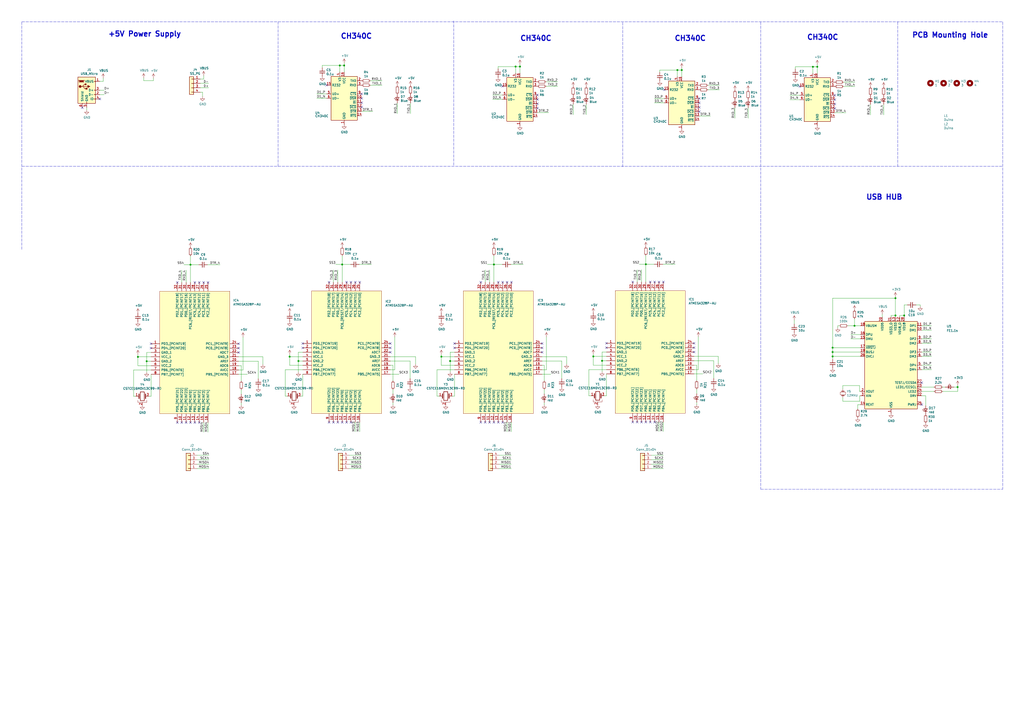
<source format=kicad_sch>
(kicad_sch (version 20211123) (generator eeschema)
  (paper "A2")
  (title_block (date "2021-11-09") (rev "2"))
  (lib_symbols
    (symbol "Connector:USB_B_Micro" (pin_names (offset 1.016))
      (property "Reference" "J" (at -5.08 11.43 0))
      (property "Value" "USB_B_Micro" (at -5.08 8.89 0))
      (symbol "USB_B_Micro_1_1"
        (pin power_out line (at 7.62 5.08 180) (length 2.54) (name "VBUS") (number "1"))
        (pin bidirectional line (at 7.62 -2.54 180) (length 2.54) (name "D-") (number "2"))
        (pin bidirectional line (at 7.62 0 180) (length 2.54) (name "D+") (number "3"))
        (pin passive line (at 7.62 -5.08 180) (length 2.54) (name "ID") (number "4"))
        (pin power_out line (at 0 -10.16 90) (length 2.54) (name "GND") (number "5"))
        (pin passive line (at -2.54 -10.16 90) (length 2.54) (name "Shield") (number "6"))
      )
    )
    (symbol "Connector_Generic:Conn_01x04" (pin_names (offset 1.016) hide)
      (property "Reference" "J" (at 0 5.08 0))
      (property "Value" "Conn_01x04" (at 0 -7.62 0))
      (symbol "Conn_01x04_1_1"
        (pin passive line (at -5.08 2.54 0) (length 3.81) (name "Pin_1") (number "1"))
        (pin passive line (at -5.08 0 0) (length 3.81) (name "Pin_2") (number "2"))
        (pin passive line (at -5.08 -2.54 0) (length 3.81) (name "Pin_3") (number "3"))
        (pin passive line (at -5.08 -5.08 0) (length 3.81) (name "Pin_4") (number "4"))
      )
    )
    (symbol "Device:C_Small" (pin_numbers hide) (pin_names (offset 0.254) hide)
      (property "Reference" "C" (at 0.254 1.778 0))
      (property "Value" "C_Small" (at 0.254 -2.032 0))
      (symbol "C_Small_1_1"
        (pin passive line (at 0 2.54 270) (length 2.032) (name "~") (number "1"))
        (pin passive line (at 0 -2.54 90) (length 2.032) (name "~") (number "2"))
      )
    )
    (symbol "Device:Crystal_GND2" (pin_names (offset 1.016) hide)
      (property "Reference" "Y" (at 0 5.715 0))
      (property "Value" "Crystal_GND2" (at 0 3.81 0))
      (symbol "Crystal_GND2_1_1"
        (pin passive line (at -3.81 0 0) (length 1.27) (name "1") (number "1"))
        (pin passive line (at 0 -5.08 90) (length 1.27) (name "2") (number "2"))
        (pin passive line (at 3.81 0 180) (length 1.27) (name "3") (number "3"))
      )
    )
    (symbol "Device:Crystal_Small" (pin_numbers hide) (pin_names (offset 1.016) hide)
      (property "Reference" "Y" (at 0 2.54 0))
      (property "Value" "Crystal_Small" (at 0 -2.54 0))
      (symbol "Crystal_Small_1_1"
        (pin passive line (at -2.54 0 0) (length 1.27) (name "1") (number "1"))
        (pin passive line (at 2.54 0 180) (length 1.27) (name "2") (number "2"))
      )
    )
    (symbol "Device:LED_Small" (pin_numbers hide) (pin_names (offset 0.254) hide)
      (property "Reference" "D" (at -1.27 3.175 0))
      (property "Value" "LED_Small" (at -4.445 -2.54 0))
      (symbol "LED_Small_1_1"
        (pin passive line (at -2.54 0 0) (length 1.778) (name "K") (number "1"))
        (pin passive line (at 2.54 0 180) (length 1.778) (name "A") (number "2"))
      )
    )
    (symbol "Device:R_Small" (pin_numbers hide) (pin_names (offset 0.254) hide)
      (property "Reference" "R" (at 0.762 0.508 0))
      (property "Value" "R_Small" (at 0.762 -1.016 0))
      (symbol "R_Small_1_1"
        (pin passive line (at 0 2.54 270) (length 0.762) (name "~") (number "1"))
        (pin passive line (at 0 -2.54 90) (length 0.762) (name "~") (number "2"))
      )
    )
    (symbol "Duino-Coin-rescue:Duino-Vucko_Logo" (pin_names (offset 1.016))
      (property "Reference" "L" (at 0 0 0))
      (property "Value" "Duino-Vucko_Logo" (at 0 0 0))
    )
    (symbol "Interface_USB:CH340C"
      (property "Reference" "U" (at -5.08 13.97 0))
      (property "Value" "CH340C" (at 1.27 13.97 0))
      (symbol "CH340C_1_1"
        (pin power_in line (at 0 -15.24 90) (length 2.54) (name "GND") (number "1"))
        (pin input line (at 10.16 0 180) (length 2.54) (name "~{DSR}") (number "10"))
        (pin input line (at 10.16 -2.54 180) (length 2.54) (name "~{RI}") (number "11"))
        (pin input line (at 10.16 -5.08 180) (length 2.54) (name "~{DCD}") (number "12"))
        (pin output line (at 10.16 -7.62 180) (length 2.54) (name "~{DTR}") (number "13"))
        (pin output line (at 10.16 -10.16 180) (length 2.54) (name "~{RTS}") (number "14"))
        (pin input line (at -10.16 7.62 0) (length 2.54) (name "R232") (number "15"))
        (pin power_in line (at 0 15.24 270) (length 2.54) (name "VCC") (number "16"))
        (pin output line (at 10.16 10.16 180) (length 2.54) (name "TXD") (number "2"))
        (pin input line (at 10.16 7.62 180) (length 2.54) (name "RXD") (number "3"))
        (pin passive line (at -2.54 15.24 270) (length 2.54) (name "V3") (number "4"))
        (pin bidirectional line (at -10.16 2.54 0) (length 2.54) (name "UD+") (number "5"))
        (pin bidirectional line (at -10.16 0 0) (length 2.54) (name "UD-") (number "6"))
        (pin no_connect line (at -7.62 -7.62 0) (length 2.54) hide (name "NC") (number "7"))
        (pin no_connect line (at -7.62 -10.16 0) (length 2.54) hide (name "NC") (number "8"))
        (pin input line (at 10.16 2.54 180) (length 2.54) (name "~{CTS}") (number "9"))
      )
    )
    (symbol "Interface_USB:FE1.1s"
      (property "Reference" "U" (at -11.43 26.67 0))
      (property "Value" "FE1.1s" (at 12.7 27.94 0))
      (symbol "FE1.1s_1_1"
        (pin power_in line (at 0 -27.94 90) (length 2.54) (name "VSS") (number "1"))
        (pin bidirectional line (at 17.78 20.32 180) (length 2.54) (name "DM1") (number "10"))
        (pin bidirectional line (at 17.78 22.86 180) (length 2.54) (name "DP1") (number "11"))
        (pin power_out line (at 5.08 27.94 270) (length 2.54) (name "VD18_O") (number "12"))
        (pin power_in line (at 2.54 27.94 270) (length 2.54) (name "VD33") (number "13"))
        (pin passive line (at -17.78 -22.86 0) (length 2.54) (name "REXT") (number "14"))
        (pin bidirectional line (at -17.78 15.24 0) (length 2.54) (name "DMU") (number "15"))
        (pin bidirectional line (at -17.78 17.78 0) (length 2.54) (name "DPU") (number "16"))
        (pin input line (at -17.78 10.16 0) (length 2.54) (name "~{XRSTJ}") (number "17"))
        (pin input line (at -17.78 22.86 0) (length 2.54) (name "VBUSM") (number "18"))
        (pin input line (at -17.78 7.62 0) (length 2.54) (name "BUSJ") (number "19"))
        (pin output line (at -17.78 -15.24 0) (length 2.54) (name "XOUT") (number "2"))
        (pin power_in line (at -5.08 27.94 270) (length 2.54) (name "VDD5") (number "20"))
        (pin power_out line (at 0 27.94 270) (length 2.54) (name "VD33_O") (number "21"))
        (pin bidirectional line (at 17.78 -17.78 180) (length 2.54) (name "DRV") (number "22"))
        (pin bidirectional line (at 17.78 -12.7 180) (length 2.54) (name "LED1/EESCL") (number "23"))
        (pin bidirectional line (at 17.78 -15.24 180) (length 2.54) (name "LED2") (number "24"))
        (pin output line (at 17.78 -22.86 180) (length 2.54) (name "PWRJ") (number "25"))
        (pin input line (at -17.78 5.08 0) (length 2.54) (name "OVCJ") (number "26"))
        (pin bidirectional line (at 17.78 -10.16 180) (length 2.54) (name "TESTJ/EESDA") (number "27"))
        (pin power_in line (at 7.62 27.94 270) (length 2.54) (name "VD18") (number "28"))
        (pin input line (at -17.78 -17.78 0) (length 2.54) (name "XIN") (number "3"))
        (pin bidirectional line (at 17.78 -2.54 180) (length 2.54) (name "DM4") (number "4"))
        (pin bidirectional line (at 17.78 0 180) (length 2.54) (name "DP4") (number "5"))
        (pin bidirectional line (at 17.78 5.08 180) (length 2.54) (name "DM3") (number "6"))
        (pin bidirectional line (at 17.78 7.62 180) (length 2.54) (name "DP3") (number "7"))
        (pin bidirectional line (at 17.78 12.7 180) (length 2.54) (name "DM2") (number "8"))
        (pin bidirectional line (at 17.78 15.24 180) (length 2.54) (name "DP2") (number "9"))
      )
    )
    (symbol "Mechanical:MountingHole" (pin_names (offset 1.016))
      (property "Reference" "H" (at 0 5.08 0))
      (property "Value" "MountingHole" (at 0 3.175 0))
    )
    (symbol "Vucko_Admin:ATMEGA328P-AU" (pin_names (offset 0.762))
      (property "Reference" "IC" (at 46.99 35.56 0))
      (property "Value" "ATMEGA328P-AU" (at 46.99 33.02 0))
      (symbol "ATMEGA328P-AU_0_0"
        (pin bidirectional line (at 0 0 0) (length 5.08) (name "PD3_[PCINT19]") (number "1"))
        (pin bidirectional line (at 17.78 -45.72 90) (length 5.08) (name "PD6_[PCINT22]") (number "10"))
        (pin bidirectional line (at 20.32 -45.72 90) (length 5.08) (name "PD7_[PCINT23]") (number "11"))
        (pin bidirectional line (at 22.86 -45.72 90) (length 5.08) (name "PB0_[PCINT0]") (number "12"))
        (pin bidirectional line (at 25.4 -45.72 90) (length 5.08) (name "PB1_[PCINT1]") (number "13"))
        (pin bidirectional line (at 27.94 -45.72 90) (length 5.08) (name "PB2_[PCINT2]") (number "14"))
        (pin bidirectional line (at 30.48 -45.72 90) (length 5.08) (name "PB3_[PCINT3]") (number "15"))
        (pin bidirectional line (at 33.02 -45.72 90) (length 5.08) (name "PB4_[PCINT4]") (number "16"))
        (pin bidirectional line (at 50.8 -17.78 180) (length 5.08) (name "PB5_[PCINT5]") (number "17"))
        (pin power_in line (at 50.8 -15.24 180) (length 5.08) (name "AVCC") (number "18"))
        (pin bidirectional line (at 50.8 -12.7 180) (length 5.08) (name "ADC6") (number "19"))
        (pin bidirectional line (at 0 -2.54 0) (length 5.08) (name "PD4_[PCINT20]") (number "2"))
        (pin bidirectional line (at 50.8 -10.16 180) (length 5.08) (name "AREF") (number "20"))
        (pin power_in line (at 50.8 -7.62 180) (length 5.08) (name "GND_3") (number "21"))
        (pin bidirectional line (at 50.8 -5.08 180) (length 5.08) (name "ADC7") (number "22"))
        (pin bidirectional line (at 50.8 -2.54 180) (length 5.08) (name "PC0_[PCINT8]") (number "23"))
        (pin bidirectional line (at 50.8 0 180) (length 5.08) (name "PC1_[PCINT9]") (number "24"))
        (pin bidirectional line (at 33.02 35.56 270) (length 5.08) (name "PC2_[PCINT10]") (number "25"))
        (pin bidirectional line (at 30.48 35.56 270) (length 5.08) (name "PC3_[PCINT11]") (number "26"))
        (pin bidirectional line (at 27.94 35.56 270) (length 5.08) (name "PC4_[PCINT12]") (number "27"))
        (pin bidirectional line (at 25.4 35.56 270) (length 5.08) (name "PC5_[PCINT13]") (number "28"))
        (pin bidirectional line (at 22.86 35.56 270) (length 5.08) (name "PC6_[RESET/PCINT14]") (number "29"))
        (pin power_in line (at 0 -5.08 0) (length 5.08) (name "GND_1") (number "3"))
        (pin bidirectional line (at 20.32 35.56 270) (length 5.08) (name "PD0_[PCINT16]") (number "30"))
        (pin bidirectional line (at 17.78 35.56 270) (length 5.08) (name "PD1_[PCINT17]") (number "31"))
        (pin bidirectional line (at 15.24 35.56 270) (length 5.08) (name "PD2_[PCINT18]") (number "32"))
        (pin power_in line (at 0 -7.62 0) (length 5.08) (name "VCC_1") (number "4"))
        (pin power_in line (at 0 -10.16 0) (length 5.08) (name "GND_2") (number "5"))
        (pin power_in line (at 0 -12.7 0) (length 5.08) (name "VCC_2") (number "6"))
        (pin bidirectional line (at 0 -15.24 0) (length 5.08) (name "PB6_[PCINT6]") (number "7"))
        (pin bidirectional line (at 0 -17.78 0) (length 5.08) (name "PB7_[PCINT7]") (number "8"))
        (pin bidirectional line (at 15.24 -45.72 90) (length 5.08) (name "PD5_[PCINT21]") (number "9"))
      )
    )
    (symbol "power:+3V3" (power) (pin_names (offset 0))
      (property "Value" "+3V3" (at 0 3.556 0))
      (symbol "+3V3_1_1"
        (pin power_in line (at 0 0 90) (length 0) hide (name "+3V3") (number "1"))
      )
    )
    (symbol "power:+5V" (power) (pin_names (offset 0))
      (property "Value" "+5V" (at 0 3.556 0))
      (symbol "+5V_1_1"
        (pin power_in line (at 0 0 90) (length 0) hide (name "+5V") (number "1"))
      )
    )
    (symbol "power:GND" (power) (pin_names (offset 0))
      (property "Value" "GND" (at 0 -3.81 0))
      (symbol "GND_1_1"
        (pin power_in line (at 0 0 270) (length 0) hide (name "GND") (number "1"))
      )
    )
    (symbol "power:VBUS" (power) (pin_names (offset 0))
      (property "Value" "VBUS" (at 0 3.81 0))
      (symbol "VBUS_1_1"
        (pin power_in line (at 0 0 90) (length 0) hide (name "VBUS") (number "1"))
      )
    )
  )
  (junction (at 256.032 206.883))
  (junction (at 392.938 40.64))
  (junction (at 197.104 37.973))
  (junction (at 555.498 224.536))
  (junction (at 286.512 153.416))
  (junction (at 261.112 209.423))
  (junction (at 173.101 209.423))
  (junction (at 199.644 37.973))
  (junction (at 482.981 204.216))
  (junction (at 474.091 38.735))
  (junction (at 80.01 207.01))
  (junction (at 482.981 201.676))
  (junction (at 482.981 206.756))
  (junction (at 344.17 206.756))
  (junction (at 198.501 153.416))
  (junction (at 168.021 206.883))
  (junction (at 519.43 172.974))
  (junction (at 519.43 183.007))
  (junction (at 349.25 209.296))
  (junction (at 471.551 38.735))
  (junction (at 301.625 38.608))
  (junction (at 524.51 183.007))
  (junction (at 395.478 40.64))
  (junction (at 374.65 153.289))
  (junction (at 299.085 38.608))
  (junction (at 110.49 153.543))
  (junction (at 85.09 209.55))
  (junction (at 495.681 188.976))
  (no_connect (at 206.121 163.703))
  (no_connect (at 311.785 62.738))
  (no_connect (at 203.581 244.983))
  (no_connect (at 379.73 163.576))
  (no_connect (at 175.641 201.803))
  (no_connect (at 102.87 163.83))
  (no_connect (at 102.87 245.11))
  (no_connect (at 110.49 245.11))
  (no_connect (at 286.512 244.983))
  (no_connect (at 311.785 57.658))
  (no_connect (at 314.452 199.263))
  (no_connect (at 484.251 57.785))
  (no_connect (at 281.432 244.983))
  (no_connect (at 138.43 199.39))
  (no_connect (at 113.03 245.11))
  (no_connect (at 113.03 163.83))
  (no_connect (at 226.441 199.263))
  (no_connect (at 278.892 163.703))
  (no_connect (at 484.251 60.325))
  (no_connect (at 209.804 54.483))
  (no_connect (at 291.592 163.703))
  (no_connect (at 115.57 163.83))
  (no_connect (at 291.465 50.038))
  (no_connect (at 379.73 244.856))
  (no_connect (at 283.972 244.983))
  (no_connect (at 402.59 201.676))
  (no_connect (at 138.43 201.93))
  (no_connect (at 405.638 59.69))
  (no_connect (at 201.041 163.703))
  (no_connect (at 118.11 163.83))
  (no_connect (at 382.27 163.576))
  (no_connect (at 385.318 52.07))
  (no_connect (at 289.052 163.703))
  (no_connect (at 314.452 204.343))
  (no_connect (at 263.652 201.803))
  (no_connect (at 402.59 204.216))
  (no_connect (at 198.501 244.983))
  (no_connect (at 209.804 59.563))
  (no_connect (at 402.59 199.136))
  (no_connect (at 351.79 201.676))
  (no_connect (at 175.641 199.263))
  (no_connect (at 372.11 244.856))
  (no_connect (at 351.79 199.136))
  (no_connect (at 314.452 201.803))
  (no_connect (at 291.592 244.983))
  (no_connect (at 115.57 245.11))
  (no_connect (at 203.581 163.703))
  (no_connect (at 374.65 244.856))
  (no_connect (at 209.804 62.103))
  (no_connect (at 105.41 245.11))
  (no_connect (at 47.752 62.484))
  (no_connect (at 405.638 57.15))
  (no_connect (at 384.81 163.576))
  (no_connect (at 367.03 163.576))
  (no_connect (at 208.661 163.703))
  (no_connect (at 226.441 201.803))
  (no_connect (at 484.251 55.245))
  (no_connect (at 226.441 204.343))
  (no_connect (at 87.63 201.93))
  (no_connect (at 278.892 244.983))
  (no_connect (at 138.43 204.47))
  (no_connect (at 405.638 64.77))
  (no_connect (at 87.63 199.39))
  (no_connect (at 120.65 163.83))
  (no_connect (at 263.652 199.263))
  (no_connect (at 209.804 57.023))
  (no_connect (at 484.251 62.865))
  (no_connect (at 193.421 244.983))
  (no_connect (at 201.041 244.983))
  (no_connect (at 367.03 244.856))
  (no_connect (at 190.881 244.983))
  (no_connect (at 289.052 244.983))
  (no_connect (at 463.931 50.165))
  (no_connect (at 405.638 62.23))
  (no_connect (at 195.961 244.983))
  (no_connect (at 296.672 163.703))
  (no_connect (at 107.95 245.11))
  (no_connect (at 311.785 55.118))
  (no_connect (at 294.132 163.703))
  (no_connect (at 534.67 234.696))
  (no_connect (at 377.19 244.856))
  (no_connect (at 189.484 49.403))
  (no_connect (at 57.912 57.404))
  (no_connect (at 534.67 221.996))
  (no_connect (at 369.57 244.856))
  (no_connect (at 190.881 163.703))
  (no_connect (at 377.19 163.576))
  (no_connect (at 311.785 60.198))
  (wire (pts (xy 50.292 63.754) (xy 50.292 62.484)))
  (wire (pts (xy 315.722 225.933) (xy 315.722 228.473)))
  (wire (pts (xy 315.722 233.553) (xy 315.722 234.823)))
  (wire (pts (xy 499.11 188.976) (xy 495.681 188.976)))
  (wire (pts (xy 138.43 207.01) (xy 152.527 207.01)))
  (wire (pts (xy 227.965 225.933) (xy 227.965 228.473)))
  (wire (pts (xy 299.085 38.608) (xy 299.085 42.418)))
  (wire (pts (xy 540.385 206.756) (xy 534.67 206.756)))
  (wire (pts (xy 208.407 153.416) (xy 215.519 153.416)))
  (wire (pts (xy 498.729 232.791) (xy 488.95 232.791)))
  (wire (pts (xy 433.959 62.484) (xy 433.959 68.58)))
  (wire (pts (xy 173.101 215.773) (xy 173.101 209.423)))
  (polyline (pts (xy 263.144 95.885) (xy 263.144 12.065)))
  (wire (pts (xy 402.59 211.836) (xy 404.114 211.836)))
  (wire (pts (xy 263.652 206.883) (xy 256.032 206.883)))
  (wire (pts (xy 351.79 204.216) (xy 349.25 204.216)))
  (wire (pts (xy 499.11 227.076) (xy 498.602 227.076)))
  (wire (pts (xy 516.89 183.007) (xy 516.89 183.896)))
  (wire (pts (xy 117.475 53.467) (xy 117.475 56.007)))
  (wire (pts (xy 286.512 148.336) (xy 286.512 153.416)))
  (wire (pts (xy 402.59 206.756) (xy 416.687 206.756)))
  (wire (pts (xy 458.216 55.245) (xy 463.931 55.245)))
  (wire (pts (xy 139.954 226.06) (xy 139.954 228.6)))
  (wire (pts (xy 374.65 153.289) (xy 379.476 153.289)))
  (wire (pts (xy 281.432 163.703) (xy 281.432 156.591)))
  (wire (pts (xy 256.032 205.613) (xy 256.032 206.883)))
  (wire (pts (xy 83.312 46.736) (xy 89.027 46.736)))
  (wire (pts (xy 57.912 47.244) (xy 59.817 47.244)))
  (wire (pts (xy 226.441 211.963) (xy 227.965 211.963)))
  (wire (pts (xy 288.925 38.608) (xy 299.085 38.608)))
  (wire (pts (xy 168.021 205.613) (xy 168.021 206.883)))
  (wire (pts (xy 209.804 64.643) (xy 216.281 64.643)))
  (wire (pts (xy 165.481 214.503) (xy 165.481 229.743)))
  (wire (pts (xy 495.681 188.976) (xy 491.871 188.976)))
  (wire (pts (xy 138.43 214.63) (xy 140.97 214.63)))
  (wire (pts (xy 238.125 59.817) (xy 238.125 65.913)))
  (wire (pts (xy 311.785 65.278) (xy 318.262 65.278)))
  (wire (pts (xy 261.112 204.343) (xy 261.112 209.423)))
  (wire (pts (xy 536.956 229.616) (xy 536.956 235.331)))
  (wire (pts (xy 497.586 234.696) (xy 497.586 237.236)))
  (wire (pts (xy 392.938 40.64) (xy 392.938 44.45)))
  (wire (pts (xy 482.981 201.676) (xy 499.11 201.676)))
  (wire (pts (xy 198.501 148.336) (xy 198.501 153.416)))
  (wire (pts (xy 77.47 214.63) (xy 87.63 214.63)))
  (wire (pts (xy 533.781 176.911) (xy 533.781 177.673)))
  (wire (pts (xy 499.11 229.616) (xy 498.729 229.616)))
  (wire (pts (xy 286.512 153.416) (xy 291.338 153.416)))
  (wire (pts (xy 183.769 57.023) (xy 189.484 57.023)))
  (wire (pts (xy 374.65 148.209) (xy 374.65 153.289)))
  (wire (pts (xy 349.25 209.296) (xy 351.79 209.296)))
  (wire (pts (xy 402.59 209.296) (xy 414.02 209.296)))
  (wire (pts (xy 474.091 38.735) (xy 474.091 37.465)))
  (wire (pts (xy 471.551 38.735) (xy 474.091 38.735)))
  (wire (pts (xy 202.565 271.78) (xy 209.55 271.78)))
  (wire (pts (xy 118.11 45.847) (xy 118.11 43.942)))
  (wire (pts (xy 351.79 216.916) (xy 351.79 229.616)))
  (wire (pts (xy 226.441 214.503) (xy 228.981 214.503)))
  (wire (pts (xy 138.43 217.17) (xy 143.51 217.17)))
  (wire (pts (xy 377.825 266.7) (xy 384.81 266.7)))
  (wire (pts (xy 262.382 229.743) (xy 263.652 229.743)))
  (wire (pts (xy 85.09 204.47) (xy 85.09 209.55)))
  (wire (pts (xy 519.43 172.974) (xy 519.43 183.007)))
  (wire (pts (xy 519.43 172.212) (xy 519.43 172.974)))
  (wire (pts (xy 461.391 40.005) (xy 461.391 38.735)))
  (wire (pts (xy 369.57 163.576) (xy 369.57 156.464)))
  (wire (pts (xy 57.912 52.324) (xy 60.452 52.324)))
  (wire (pts (xy 482.981 172.974) (xy 519.43 172.974)))
  (wire (pts (xy 314.452 206.883) (xy 328.676 206.883)))
  (wire (pts (xy 526.288 176.911) (xy 524.51 176.911)))
  (wire (pts (xy 228.981 195.453) (xy 228.981 214.503)))
  (wire (pts (xy 241.046 211.201) (xy 241.046 206.883)))
  (wire (pts (xy 85.09 215.9) (xy 85.09 209.55)))
  (wire (pts (xy 208.661 244.983) (xy 208.661 250.444)))
  (wire (pts (xy 384.556 153.289) (xy 391.668 153.289)))
  (wire (pts (xy 460.756 185.674) (xy 460.756 187.96)))
  (wire (pts (xy 524.51 183.007) (xy 524.51 176.911)))
  (wire (pts (xy 314.452 214.503) (xy 316.992 214.503)))
  (wire (pts (xy 106.68 153.543) (xy 110.49 153.543)))
  (polyline (pts (xy 581.66 12.7) (xy 581.66 283.845)))
  (wire (pts (xy 227.965 233.553) (xy 227.965 234.823)))
  (wire (pts (xy 282.702 153.416) (xy 286.512 153.416)))
  (wire (pts (xy 555.498 224.536) (xy 553.339 224.536)))
  (wire (pts (xy 499.11 196.596) (xy 493.522 196.596)))
  (wire (pts (xy 555.498 224.536) (xy 555.498 223.52)))
  (wire (pts (xy 83.312 45.212) (xy 83.312 46.736)))
  (wire (pts (xy 379.603 59.69) (xy 385.318 59.69)))
  (wire (pts (xy 404.114 233.426) (xy 404.114 234.696)))
  (wire (pts (xy 199.644 37.973) (xy 199.644 36.703)))
  (wire (pts (xy 540.385 199.136) (xy 534.67 199.136)))
  (wire (pts (xy 414.02 209.296) (xy 414.02 219.456)))
  (wire (pts (xy 404.114 211.836) (xy 404.114 220.726)))
  (wire (pts (xy 341.63 229.616) (xy 342.9 229.616)))
  (wire (pts (xy 498.602 223.647) (xy 488.95 223.647)))
  (wire (pts (xy 404.114 225.806) (xy 404.114 228.346)))
  (wire (pts (xy 110.49 148.463) (xy 110.49 153.543)))
  (wire (pts (xy 120.65 245.11) (xy 120.65 250.698)))
  (wire (pts (xy 325.882 209.423) (xy 325.882 219.583)))
  (wire (pts (xy 349.25 204.216) (xy 349.25 209.296)))
  (wire (pts (xy 351.79 211.836) (xy 344.17 211.836)))
  (wire (pts (xy 382.778 40.64) (xy 392.938 40.64)))
  (wire (pts (xy 374.65 153.289) (xy 374.65 163.576)))
  (wire (pts (xy 482.981 204.216) (xy 499.11 204.216)))
  (polyline (pts (xy 12.7 12.7) (xy 12.7 144.78)))
  (wire (pts (xy 87.63 204.47) (xy 85.09 204.47)))
  (wire (pts (xy 540.385 214.376) (xy 534.67 214.376)))
  (wire (pts (xy 80.01 212.09) (xy 80.01 207.01)))
  (wire (pts (xy 226.441 209.423) (xy 237.871 209.423)))
  (wire (pts (xy 384.81 244.856) (xy 384.81 250.317)))
  (wire (pts (xy 283.972 163.703) (xy 283.972 156.591)))
  (wire (pts (xy 341.63 214.376) (xy 351.79 214.376)))
  (wire (pts (xy 289.56 269.24) (xy 296.545 269.24)))
  (wire (pts (xy 316.992 195.453) (xy 316.992 214.503)))
  (wire (pts (xy 285.75 55.118) (xy 291.465 55.118)))
  (wire (pts (xy 173.101 204.343) (xy 173.101 209.423)))
  (wire (pts (xy 114.3 269.24) (xy 121.285 269.24)))
  (wire (pts (xy 392.938 40.64) (xy 395.478 40.64)))
  (wire (pts (xy 206.121 244.983) (xy 206.121 250.444)))
  (wire (pts (xy 237.871 209.423) (xy 237.871 219.583)))
  (wire (pts (xy 315.722 211.963) (xy 315.722 220.853)))
  (wire (pts (xy 289.56 264.16) (xy 296.545 264.16)))
  (wire (pts (xy 168.021 211.963) (xy 168.021 206.883)))
  (wire (pts (xy 482.981 204.216) (xy 482.981 206.756)))
  (wire (pts (xy 461.391 38.735) (xy 471.551 38.735)))
  (wire (pts (xy 193.421 163.703) (xy 193.421 156.591)))
  (wire (pts (xy 175.641 217.043) (xy 175.641 229.743)))
  (wire (pts (xy 328.676 211.201) (xy 328.676 206.883)))
  (wire (pts (xy 139.954 212.09) (xy 139.954 220.98)))
  (wire (pts (xy 226.441 217.043) (xy 231.521 217.043)))
  (wire (pts (xy 370.84 153.289) (xy 374.65 153.289)))
  (wire (pts (xy 140.97 195.58) (xy 140.97 214.63)))
  (wire (pts (xy 183.769 54.483) (xy 189.484 54.483)))
  (wire (pts (xy 332.486 60.452) (xy 332.486 66.548)))
  (wire (pts (xy 395.478 40.64) (xy 395.478 39.37)))
  (wire (pts (xy 253.492 229.743) (xy 254.762 229.743)))
  (wire (pts (xy 226.441 206.883) (xy 241.046 206.883)))
  (wire (pts (xy 372.11 163.576) (xy 372.11 156.464)))
  (wire (pts (xy 199.644 37.973) (xy 199.644 41.783)))
  (wire (pts (xy 175.641 206.883) (xy 168.021 206.883)))
  (wire (pts (xy 165.481 229.743) (xy 166.751 229.743)))
  (wire (pts (xy 165.481 214.503) (xy 175.641 214.503)))
  (wire (pts (xy 314.452 211.963) (xy 315.722 211.963)))
  (wire (pts (xy 349.25 215.646) (xy 349.25 209.296)))
  (wire (pts (xy 149.86 209.55) (xy 149.86 219.71)))
  (wire (pts (xy 57.912 54.864) (xy 60.452 54.864)))
  (wire (pts (xy 87.63 212.09) (xy 80.01 212.09)))
  (wire (pts (xy 85.09 209.55) (xy 87.63 209.55)))
  (wire (pts (xy 110.49 153.543) (xy 110.49 163.83)))
  (wire (pts (xy 534.67 227.076) (xy 541.782 227.076)))
  (wire (pts (xy 498.729 229.616) (xy 498.729 232.791)))
  (wire (pts (xy 301.625 38.608) (xy 301.625 42.418)))
  (wire (pts (xy 521.97 183.896) (xy 521.97 183.007)))
  (wire (pts (xy 87.63 217.17) (xy 87.63 229.87)))
  (polyline (pts (xy 441.325 12.7) (xy 441.325 283.845)))
  (wire (pts (xy 534.67 224.536) (xy 541.782 224.536)))
  (wire (pts (xy 197.104 37.973) (xy 197.104 41.783)))
  (wire (pts (xy 194.691 153.416) (xy 198.501 153.416)))
  (wire (pts (xy 138.43 209.55) (xy 149.86 209.55)))
  (wire (pts (xy 152.527 211.328) (xy 152.527 207.01)))
  (wire (pts (xy 197.104 37.973) (xy 199.644 37.973)))
  (polyline (pts (xy 161.29 96.52) (xy 161.29 12.7)))
  (wire (pts (xy 458.216 57.785) (xy 463.931 57.785)))
  (wire (pts (xy 114.3 266.7) (xy 121.285 266.7)))
  (wire (pts (xy 531.368 176.911) (xy 533.781 176.911)))
  (wire (pts (xy 486.029 190.119) (xy 486.029 188.976)))
  (wire (pts (xy 482.981 201.676) (xy 482.981 204.216)))
  (wire (pts (xy 296.672 244.983) (xy 296.672 250.444)))
  (wire (pts (xy 534.67 229.616) (xy 536.956 229.616)))
  (wire (pts (xy 546.862 224.536) (xy 548.259 224.536)))
  (wire (pts (xy 382.27 244.856) (xy 382.27 250.317)))
  (wire (pts (xy 555.498 227.076) (xy 555.498 224.536)))
  (wire (pts (xy 80.01 205.74) (xy 80.01 207.01)))
  (wire (pts (xy 524.51 183.896) (xy 524.51 183.007)))
  (wire (pts (xy 202.565 264.16) (xy 209.55 264.16)))
  (wire (pts (xy 59.817 47.244) (xy 59.817 45.339)))
  (polyline (pts (xy 520.7 12.7) (xy 520.7 96.52)))
  (wire (pts (xy 316.865 47.498) (xy 323.469 47.498)))
  (wire (pts (xy 120.396 153.543) (xy 127.635 153.543)))
  (wire (pts (xy 253.492 214.503) (xy 253.492 229.743)))
  (wire (pts (xy 301.625 38.608) (xy 301.625 37.338)))
  (wire (pts (xy 482.981 172.974) (xy 482.981 201.676)))
  (wire (pts (xy 116.205 53.467) (xy 117.475 53.467)))
  (wire (pts (xy 253.492 214.503) (xy 263.652 214.503)))
  (wire (pts (xy 202.565 266.7) (xy 209.55 266.7)))
  (wire (pts (xy 299.085 38.608) (xy 301.625 38.608)))
  (wire (pts (xy 289.56 271.78) (xy 296.545 271.78)))
  (wire (pts (xy 87.63 207.01) (xy 80.01 207.01)))
  (wire (pts (xy 489.331 50.165) (xy 495.935 50.165)))
  (wire (pts (xy 499.11 206.756) (xy 482.981 206.756)))
  (polyline (pts (xy 441.325 283.845) (xy 581.66 283.845)))
  (wire (pts (xy 402.59 214.376) (xy 405.13 214.376)))
  (wire (pts (xy 261.112 215.773) (xy 261.112 209.423)))
  (wire (pts (xy 256.032 211.963) (xy 256.032 206.883)))
  (polyline (pts (xy 361.188 12.954) (xy 361.188 96.774)))
  (wire (pts (xy 540.385 211.836) (xy 534.67 211.836)))
  (wire (pts (xy 314.452 217.043) (xy 319.532 217.043)))
  (wire (pts (xy 116.205 50.927) (xy 121.031 50.927)))
  (wire (pts (xy 186.944 39.243) (xy 186.944 37.973)))
  (wire (pts (xy 540.385 188.976) (xy 534.67 188.976)))
  (wire (pts (xy 504.952 60.579) (xy 504.952 66.675)))
  (wire (pts (xy 395.478 40.64) (xy 395.478 44.45)))
  (wire (pts (xy 289.56 266.7) (xy 296.545 266.7)))
  (polyline (pts (xy 12.7 12.7) (xy 581.66 12.7)))
  (wire (pts (xy 486.029 188.976) (xy 486.791 188.976)))
  (wire (pts (xy 174.371 229.743) (xy 175.641 229.743)))
  (wire (pts (xy 214.884 46.863) (xy 221.615 46.863)))
  (wire (pts (xy 89.027 45.339) (xy 89.027 46.736)))
  (wire (pts (xy 116.205 48.387) (xy 121.031 48.387)))
  (wire (pts (xy 405.13 195.326) (xy 405.13 214.376)))
  (wire (pts (xy 263.652 204.343) (xy 261.112 204.343)))
  (wire (pts (xy 77.47 229.87) (xy 78.74 229.87)))
  (wire (pts (xy 261.112 209.423) (xy 263.652 209.423)))
  (wire (pts (xy 86.36 229.87) (xy 87.63 229.87)))
  (wire (pts (xy 416.687 210.82) (xy 416.687 206.756)))
  (wire (pts (xy 511.81 183.896) (xy 511.81 182.245)))
  (polyline (pts (xy 12.7 96.52) (xy 581.66 96.52)))
  (wire (pts (xy 175.641 211.963) (xy 168.021 211.963)))
  (wire (pts (xy 114.3 271.78) (xy 121.285 271.78)))
  (wire (pts (xy 77.47 214.63) (xy 77.47 229.87)))
  (wire (pts (xy 341.63 214.376) (xy 341.63 229.616)))
  (wire (pts (xy 488.95 232.791) (xy 488.95 230.759)))
  (wire (pts (xy 521.97 183.007) (xy 524.51 183.007)))
  (wire (pts (xy 471.551 38.735) (xy 471.551 42.545)))
  (wire (pts (xy 350.52 229.616) (xy 351.79 229.616)))
  (wire (pts (xy 351.79 206.756) (xy 344.17 206.756)))
  (wire (pts (xy 426.339 62.484) (xy 426.339 68.58)))
  (wire (pts (xy 107.95 163.83) (xy 107.95 156.718)))
  (wire (pts (xy 340.106 60.452) (xy 340.106 66.548)))
  (wire (pts (xy 519.43 183.896) (xy 519.43 183.007)))
  (wire (pts (xy 198.501 153.416) (xy 203.327 153.416)))
  (wire (pts (xy 285.75 57.658) (xy 291.465 57.658)))
  (wire (pts (xy 263.652 211.963) (xy 256.032 211.963)))
  (wire (pts (xy 105.41 163.83) (xy 105.41 156.718)))
  (wire (pts (xy 202.565 269.24) (xy 209.55 269.24)))
  (wire (pts (xy 288.925 39.878) (xy 288.925 38.608)))
  (wire (pts (xy 488.95 223.647) (xy 488.95 225.679)))
  (wire (pts (xy 116.205 45.847) (xy 118.11 45.847)))
  (wire (pts (xy 519.43 183.007) (xy 516.89 183.007)))
  (wire (pts (xy 489.331 47.625) (xy 495.935 47.625)))
  (wire (pts (xy 344.17 211.836) (xy 344.17 206.756)))
  (wire (pts (xy 540.385 191.516) (xy 534.67 191.516)))
  (wire (pts (xy 402.59 216.916) (xy 407.67 216.916)))
  (wire (pts (xy 546.862 227.076) (xy 555.498 227.076)))
  (wire (pts (xy 497.586 234.696) (xy 499.11 234.696)))
  (wire (pts (xy 377.825 264.16) (xy 384.81 264.16)))
  (wire (pts (xy 138.43 212.09) (xy 139.954 212.09)))
  (wire (pts (xy 410.718 52.07) (xy 417.322 52.07)))
  (wire (pts (xy 195.961 163.703) (xy 195.961 156.591)))
  (wire (pts (xy 410.718 49.53) (xy 417.322 49.53)))
  (wire (pts (xy 484.251 65.405) (xy 490.728 65.405)))
  (wire (pts (xy 214.884 49.403) (xy 221.615 49.403)))
  (wire (pts (xy 377.825 269.24) (xy 384.81 269.24)))
  (wire (pts (xy 296.418 153.416) (xy 303.53 153.416)))
  (wire (pts (xy 173.101 209.423) (xy 175.641 209.423)))
  (wire (pts (xy 314.452 209.423) (xy 325.882 209.423)))
  (wire (pts (xy 110.49 153.543) (xy 115.316 153.543)))
  (wire (pts (xy 198.501 153.416) (xy 198.501 163.703)))
  (wire (pts (xy 377.825 271.78) (xy 384.81 271.78)))
  (wire (pts (xy 498.602 227.076) (xy 498.602 223.647)))
  (wire (pts (xy 482.981 206.756) (xy 482.981 208.407)))
  (wire (pts (xy 118.11 245.11) (xy 118.11 250.698)))
  (wire (pts (xy 344.17 205.486) (xy 344.17 206.756)))
  (wire (pts (xy 139.954 233.68) (xy 139.954 234.95)))
  (wire (pts (xy 379.603 57.15) (xy 385.318 57.15)))
  (wire (pts (xy 230.505 59.817) (xy 230.505 65.913)))
  (wire (pts (xy 294.132 244.983) (xy 294.132 250.444)))
  (wire (pts (xy 227.965 211.963) (xy 227.965 220.853)))
  (wire (pts (xy 316.865 50.038) (xy 323.469 50.038)))
  (wire (pts (xy 474.091 38.735) (xy 474.091 42.545)))
  (wire (pts (xy 186.944 37.973) (xy 197.104 37.973)))
  (wire (pts (xy 540.385 196.596) (xy 534.67 196.596)))
  (wire (pts (xy 175.641 204.343) (xy 173.101 204.343)))
  (wire (pts (xy 286.512 153.416) (xy 286.512 163.703)))
  (wire (pts (xy 512.572 60.579) (xy 512.572 66.675)))
  (wire (pts (xy 495.681 184.912) (xy 495.681 188.976)))
  (wire (pts (xy 499.11 194.056) (xy 493.522 194.056)))
  (wire (pts (xy 263.652 217.043) (xy 263.652 229.743)))
  (wire (pts (xy 382.778 41.91) (xy 382.778 40.64)))
  (wire (pts (xy 114.3 264.16) (xy 121.285 264.16)))
  (wire (pts (xy 405.638 67.31) (xy 412.115 67.31)))
  (wire (pts (xy 540.385 204.216) (xy 534.67 204.216)))
  (text "CH340C" (at 467.995 23.495 0) (effects (font (size 2.9972 2.9972) (thickness 0.5994) bold) (justify left bottom)))
  (text "CH340C" (at 391.16 24.13 0) (effects (font (size 2.9972 2.9972) (thickness 0.5994) bold) (justify left bottom)))
  (text "CH340C" (at 197.485 22.86 0) (effects (font (size 2.9972 2.9972) (thickness 0.5994) bold) (justify left bottom)))
  (text " +5V Power Supply" (at 60.325 21.59 0) (effects (font (size 2.9972 2.9972) (thickness 0.5994) bold) (justify left bottom)))
  (text "CH340C" (at 301.625 24.13 0) (effects (font (size 2.9972 2.9972) (thickness 0.5994) bold) (justify left bottom)))
  (text "PCB Mounting Hole" (at 528.955 22.225 0) (effects (font (size 2.9972 2.9972) (thickness 0.5994) bold) (justify left bottom)))
  (text "USB HUB" (at 502.285 116.205 0) (effects (font (size 2.9972 2.9972) (thickness 0.5994) bold) (justify left bottom)))
  (label "D+" (at 493.522 194.056 0))
  (label "TXD_3" (at 417.322 52.07 180))
  (label "SS2" (at 384.81 264.16 180))
  (label "RXD_3" (at 426.339 68.58 90))
  (label "RXD_3" (at 417.322 49.53 180))
  (label "TXD_2" (at 369.57 156.464 270))
  (label "D2_N" (at 540.385 199.136 180))
  (label "TXD_4" (at 512.572 66.675 90))
  (label "MISO2" (at 384.81 250.317 90))
  (label "SCK4" (at 143.51 217.17 0))
  (label "MOSI2" (at 382.27 250.317 90))
  (label "DTR_4" (at 490.728 65.405 180))
  (label "TXD_4" (at 105.41 156.718 270))
  (label "RXD_1" (at 283.972 156.591 270))
  (label "D-" (at 60.452 54.864 0))
  (label "RXD_2" (at 372.11 156.464 270))
  (label "MISO4" (at 120.65 250.698 90))
  (label "SCK3" (at 209.55 266.7 180))
  (label "MOSI4" (at 121.285 271.78 180))
  (label "MISO1" (at 296.545 269.24 180))
  (label "D-" (at 121.031 48.387 180))
  (label "RXD_3" (at 195.961 156.591 270))
  (label "D+" (at 60.452 52.324 0))
  (label "RXD_4" (at 107.95 156.718 270))
  (label "TXD_1" (at 221.615 49.403 180))
  (label "D1_N" (at 183.769 57.023 0))
  (label "RXD_1" (at 230.505 65.913 90))
  (label "SS4" (at 121.285 264.16 180))
  (label "D2_P" (at 285.75 55.118 0))
  (label "SCK2" (at 384.81 266.7 180))
  (label "MOSI4" (at 118.11 250.698 90))
  (label "MOSI3" (at 206.121 250.444 90))
  (label "SS1" (at 282.702 153.416 180))
  (label "D+" (at 121.031 50.927 180))
  (label "SCK4" (at 121.285 266.7 180))
  (label "TXD_3" (at 433.959 68.58 90))
  (label "MOSI2" (at 384.81 271.78 180))
  (label "TXD_2" (at 323.469 50.038 180))
  (label "SCK1" (at 319.532 217.043 0))
  (label "SCK3" (at 231.521 217.043 0))
  (label "TXD_1" (at 281.432 156.591 270))
  (label "D4_N" (at 458.216 57.785 0))
  (label "SS3" (at 194.691 153.416 180))
  (label "SCK1" (at 296.545 266.7 180))
  (label "MISO4" (at 121.285 269.24 180))
  (label "D1_P" (at 540.385 188.976 180))
  (label "RXD_4" (at 495.935 47.625 180))
  (label "D1_P" (at 183.769 54.483 0))
  (label "D4_N" (at 540.385 214.376 180))
  (label "D3_P" (at 379.603 57.15 0))
  (label "MISO3" (at 209.55 269.24 180))
  (label "DTR_3" (at 412.115 67.31 180))
  (label "SS3" (at 209.55 264.16 180))
  (label "RXD_1" (at 221.615 46.863 180))
  (label "D3_N" (at 379.603 59.69 0))
  (label "DTR_3" (at 215.519 153.416 180))
  (label "DTR_1" (at 216.281 64.643 180))
  (label "MOSI1" (at 296.545 271.78 180))
  (label "TXD_4" (at 495.935 50.165 180))
  (label "MOSI1" (at 294.132 250.444 90))
  (label "D-" (at 493.522 196.596 0))
  (label "RXD_4" (at 504.952 66.675 90))
  (label "DTR_1" (at 303.53 153.416 180))
  (label "D2_N" (at 285.75 57.658 0))
  (label "MISO3" (at 208.661 250.444 90))
  (label "MISO2" (at 384.81 269.24 180))
  (label "DTR_2" (at 391.668 153.289 180))
  (label "RXD_2" (at 323.469 47.498 180))
  (label "D4_P" (at 540.385 211.836 180))
  (label "MISO1" (at 296.672 250.444 90))
  (label "RXD_2" (at 332.486 66.548 90))
  (label "SS2" (at 370.84 153.289 180))
  (label "TXD_1" (at 238.125 65.913 90))
  (label "SCK2" (at 407.67 216.916 0))
  (label "SS1" (at 296.545 264.16 180))
  (label "DTR_4" (at 127.635 153.543 180))
  (label "D4_P" (at 458.216 55.245 0))
  (label "SS4" (at 106.68 153.543 180))
  (label "D1_N" (at 540.385 191.516 180))
  (label "MOSI3" (at 209.55 271.78 180))
  (label "TXD_2" (at 340.106 66.548 90))
  (label "TXD_3" (at 193.421 156.591 270))
  (label "D2_P" (at 540.385 196.596 180))
  (label "D3_N" (at 540.385 206.756 180))
  (label "D3_P" (at 540.385 204.216 180))
  (label "DTR_2" (at 318.262 65.278 180))
  (symbol (lib_id "Vucko_Admin:ATMEGA328P-AU") (at 87.63 199.39 0) (unit 1)
    (property "Reference" "IC4" (at 135.255 174.2186 0) (effects (justify left)))
    (property "Value" "ATMEGA328P-AU" (at 135.255 176.53 0) (effects (justify left)))
    (property "Footprint" "Vucko_Admin:QFP80P900X900X120-32N" (effects hide))
    (property "Datasheet" "https://componentsearchengine.com/Datasheets/2/ATMEGA328P-AU.pdf" (effects hide))
    (property "Description" "MICROCHIP - ATMEGA328P-AU. - MICROCONTROLLER MCU, 8 BIT, ATMEGA, 20MHZ, TQFP-32" (effects hide))
    (property "Height" "1.2" (effects hide))
    (property "Manufacturer_Name" "Microchip" (effects hide))
    (property "Manufacturer_Part_Number" "ATMEGA328P-AU" (effects hide))
    (property "Mouser Part Number" "556-ATMEGA328P-AU" (effects hide))
    (property "Mouser Price/Stock" "https://www.mouser.co.uk/ProductDetail/Microchip-Technology-Atmel/ATMEGA328P-AU?qs=K8BHR703ZXiCmmgp6%2FGNmQ%3D%3D" (effects hide))
    (property "Arrow Part Number" "ATMEGA328P-AU" (effects hide))
    (property "Arrow Price/Stock" "https://www.arrow.com/en/products/atmega328p-au/microchip-technology?region=nac" (effects hide))
  )
  (symbol (lib_id "Connector:USB_B_Micro") (at 50.292 52.324 0) (unit 1)
    (property "Reference" "J1" (at 51.7398 40.4622 0))
    (property "Value" "USB_Micro" (at 51.7398 42.7736 0))
    (property "Footprint" "Connector_USB:USB_Micro-B_Amphenol_10104110_Horizontal" (effects hide))
  )
  (symbol (lib_id "Mechanical:MountingHole") (at 539.75 48.26 0) (unit 1)
    (property "Reference" "H1" (at 542.29 47.0916 0) (effects (justify left)))
    (property "Value" "1" (at 542.29 49.403 0) (effects (justify left)))
    (property "Footprint" "MountingHole:MountingHole_3.2mm_M3" (effects hide))
  )
  (symbol (lib_id "Mechanical:MountingHole") (at 547.37 48.26 0) (unit 1)
    (property "Reference" "H2" (at 549.91 47.0916 0) (effects (justify left)))
    (property "Value" "2" (at 549.91 49.403 0) (effects (justify left)))
    (property "Footprint" "MountingHole:MountingHole_3.2mm_M3" (effects hide))
  )
  (symbol (lib_id "power:GND") (at 82.55 234.95 0) (unit 1)
    (property "Reference" "#PWR067" (effects hide))
    (property "Value" "GND" (at 82.677 239.3442 0))
  )
  (symbol (lib_id "Mechanical:MountingHole") (at 554.99 48.26 0) (unit 1)
    (property "Reference" "H3" (at 557.53 47.0916 0) (effects (justify left)))
    (property "Value" "3" (at 557.53 49.403 0) (effects (justify left)))
    (property "Footprint" "MountingHole:MountingHole_3.2mm_M3" (effects hide))
  )
  (symbol (lib_id "power:GND") (at 85.09 215.9 0) (unit 1)
    (property "Reference" "#PWR056" (effects hide))
    (property "Value" "GND" (at 85.217 220.2942 0))
  )
  (symbol (lib_id "Device:LED_Small") (at 139.954 231.14 90) (unit 1)
    (property "Reference" "D12" (at 141.732 229.9716 90) (effects (justify right)))
    (property "Value" "red" (at 141.732 232.283 90) (effects (justify right)))
    (property "Footprint" "LED_SMD:LED_0603_1608Metric_Pad1.05x0.95mm_HandSolder" (effects hide))
  )
  (symbol (lib_id "power:GND") (at 139.954 234.95 0) (unit 1)
    (property "Reference" "#PWR068" (effects hide))
    (property "Value" "GND" (at 140.081 239.3442 0))
  )
  (symbol (lib_id "power:GND") (at 50.292 63.754 0) (unit 1)
    (property "Reference" "#PWR021" (effects hide))
    (property "Value" "GND" (at 50.419 68.1482 0))
  )
  (symbol (lib_id "Mechanical:MountingHole") (at 562.61 48.26 0) (unit 1)
    (property "Reference" "H4" (at 565.15 47.0916 0) (effects (justify left)))
    (property "Value" "4" (at 565.15 49.403 0) (effects (justify left)))
    (property "Footprint" "MountingHole:MountingHole_3.2mm_M3" (effects hide))
  )
  (symbol (lib_id "Device:R_Small") (at 139.954 223.52 180) (unit 1)
    (property "Reference" "R24" (at 144.9324 223.52 90))
    (property "Value" "1k" (at 142.621 223.52 90))
    (property "Footprint" "Resistor_SMD:R_0805_2012Metric_Pad1.20x1.40mm_HandSolder" (effects hide))
  )
  (symbol (lib_id "Device:C_Small") (at 149.86 222.25 0) (unit 1)
    (property "Reference" "C17" (at 152.1968 221.0816 0) (effects (justify left)))
    (property "Value" "0.1u" (at 152.1968 223.393 0) (effects (justify left)))
    (property "Footprint" "Capacitor_SMD:C_0805_2012Metric_Pad1.18x1.45mm_HandSolder" (effects hide))
  )
  (symbol (lib_id "power:GND") (at 149.86 224.79 0) (unit 1)
    (property "Reference" "#PWR060" (effects hide))
    (property "Value" "GND" (at 149.987 229.1842 0))
  )
  (symbol (lib_id "Device:R_Small") (at 110.49 145.923 0) (unit 1)
    (property "Reference" "R20" (at 111.9886 144.7546 0) (effects (justify left)))
    (property "Value" "10k" (at 111.9886 147.066 0) (effects (justify left)))
    (property "Footprint" "Resistor_SMD:R_0805_2012Metric_Pad1.20x1.40mm_HandSolder" (effects hide))
  )
  (symbol (lib_id "power:GND") (at 152.527 211.328 0) (unit 1)
    (property "Reference" "#PWR052" (effects hide))
    (property "Value" "GND" (at 152.654 215.7222 0))
  )
  (symbol (lib_id "Device:Crystal_GND2") (at 82.55 229.87 0) (unit 1)
    (property "Reference" "Y4" (at 82.55 223.0628 0))
    (property "Value" "CSTCE16M0V13C99-R0" (at 82.55 225.3742 0))
    (property "Footprint" "Vucko_Testiranje:OSC_CSTCE8M00G55-R0" (effects hide))
  )
  (symbol (lib_id "power:+3V3") (at 519.43 172.212 0) (unit 1)
    (property "Reference" "#PWR06" (effects hide))
    (property "Value" "+3V3" (at 519.811 167.8178 0))
  )
  (symbol (lib_id "Connector_Generic:Conn_01x04") (at 111.125 48.387 0) (mirror y) (unit 1)
    (property "Reference" "J4" (at 113.2078 40.3352 0))
    (property "Value" "SS_PG" (at 113.2078 42.6466 0))
    (property "Footprint" "Connector_PinHeader_2.54mm:PinHeader_1x04_P2.54mm_Horizontal" (effects hide))
  )
  (symbol (lib_id "power:GND") (at 117.475 56.007 0) (unit 1)
    (property "Reference" "#PWR04" (effects hide))
    (property "Value" "GND" (at 117.602 60.4012 0))
  )
  (symbol (lib_id "power:VBUS") (at 118.11 43.942 0) (unit 1)
    (property "Reference" "#PWR03" (effects hide))
    (property "Value" "VBUS" (at 118.491 39.5478 0))
  )
  (symbol (lib_id "Device:C_Small") (at 117.856 153.543 270) (unit 1)
    (property "Reference" "C9" (at 117.856 147.7264 90))
    (property "Value" "0.1u" (at 117.856 150.0378 90))
    (property "Footprint" "Capacitor_SMD:C_0805_2012Metric_Pad1.18x1.45mm_HandSolder" (effects hide))
  )
  (symbol (lib_id "power:+5V") (at 110.49 143.383 0) (unit 1)
    (property "Reference" "#PWR032" (effects hide))
    (property "Value" "+5V" (at 110.871 138.9888 0))
  )
  (symbol (lib_id "power:+5V") (at 80.01 205.74 0) (unit 1)
    (property "Reference" "#PWR048" (effects hide))
    (property "Value" "+5V" (at 80.391 201.3458 0))
  )
  (symbol (lib_id "power:+3V3") (at 555.498 223.52 0) (unit 1)
    (property "Reference" "#PWR0106" (effects hide))
    (property "Value" "+3V3" (at 555.879 219.1258 0))
  )
  (symbol (lib_id "power:+5V") (at 140.97 195.58 0) (unit 1)
    (property "Reference" "#PWR044" (effects hide))
    (property "Value" "+5V" (at 141.351 191.1858 0))
  )
  (symbol (lib_id "power:+5V") (at 168.021 181.483 0) (unit 1)
    (property "Reference" "#PWR034" (effects hide))
    (property "Value" "+5V" (at 168.402 177.0888 0))
  )
  (symbol (lib_id "power:GND") (at 168.021 186.563 0) (unit 1)
    (property "Reference" "#PWR038" (effects hide))
    (property "Value" "GND" (at 168.148 190.9572 0))
  )
  (symbol (lib_id "Device:C_Small") (at 168.021 184.023 0) (unit 1)
    (property "Reference" "C11" (at 170.3578 182.8546 0) (effects (justify left)))
    (property "Value" "0.1u" (at 170.3578 185.166 0) (effects (justify left)))
    (property "Footprint" "Capacitor_SMD:C_0805_2012Metric_Pad1.18x1.45mm_HandSolder" (effects hide))
  )
  (symbol (lib_id "power:+5V") (at 228.981 195.453 0) (unit 1)
    (property "Reference" "#PWR042" (effects hide))
    (property "Value" "+5V" (at 229.362 191.0588 0))
  )
  (symbol (lib_id "power:+5V") (at 168.021 205.613 0) (unit 1)
    (property "Reference" "#PWR046" (effects hide))
    (property "Value" "+5V" (at 168.402 201.2188 0))
  )
  (symbol (lib_id "power:+5V") (at 198.501 143.256 0) (unit 1)
    (property "Reference" "#PWR030" (effects hide))
    (property "Value" "+5V" (at 198.882 138.8618 0))
  )
  (symbol (lib_id "Device:Crystal_GND2") (at 170.561 229.743 0) (unit 1)
    (property "Reference" "Y2" (at 170.561 222.9358 0))
    (property "Value" "CSTCE16M0V13C99-R0" (at 170.561 225.2472 0))
    (property "Footprint" "Vucko_Testiranje:OSC_CSTCE8M00G55-R0" (effects hide))
  )
  (symbol (lib_id "power:GND") (at 237.871 224.663 0) (unit 1)
    (property "Reference" "#PWR058" (effects hide))
    (property "Value" "GND" (at 237.998 229.0572 0))
  )
  (symbol (lib_id "Device:C_Small") (at 237.871 222.123 0) (unit 1)
    (property "Reference" "C15" (at 240.2078 220.9546 0) (effects (justify left)))
    (property "Value" "0.1u" (at 240.2078 223.266 0) (effects (justify left)))
    (property "Footprint" "Capacitor_SMD:C_0805_2012Metric_Pad1.18x1.45mm_HandSolder" (effects hide))
  )
  (symbol (lib_id "Device:LED_Small") (at 227.965 231.013 90) (unit 1)
    (property "Reference" "D10" (at 229.743 229.8446 90) (effects (justify right)))
    (property "Value" "red" (at 229.743 232.156 90) (effects (justify right)))
    (property "Footprint" "LED_SMD:LED_0603_1608Metric_Pad1.05x0.95mm_HandSolder" (effects hide))
  )
  (symbol (lib_id "Device:R_Small") (at 227.965 223.393 180) (unit 1)
    (property "Reference" "R22" (at 232.9434 223.393 90))
    (property "Value" "1k" (at 230.632 223.393 90))
    (property "Footprint" "Resistor_SMD:R_0805_2012Metric_Pad1.20x1.40mm_HandSolder" (effects hide))
  )
  (symbol (lib_id "power:GND") (at 227.965 234.823 0) (unit 1)
    (property "Reference" "#PWR064" (effects hide))
    (property "Value" "GND" (at 228.092 239.2172 0))
  )
  (symbol (lib_id "power:GND") (at 173.101 215.773 0) (unit 1)
    (property "Reference" "#PWR054" (effects hide))
    (property "Value" "GND" (at 173.228 220.1672 0))
  )
  (symbol (lib_id "power:GND") (at 241.046 211.201 0) (unit 1)
    (property "Reference" "#PWR050" (effects hide))
    (property "Value" "GND" (at 241.173 215.5952 0))
  )
  (symbol (lib_id "Device:R_Small") (at 198.501 145.796 0) (unit 1)
    (property "Reference" "R18" (at 199.9996 144.6276 0) (effects (justify left)))
    (property "Value" "10k" (at 199.9996 146.939 0) (effects (justify left)))
    (property "Footprint" "Resistor_SMD:R_0805_2012Metric_Pad1.20x1.40mm_HandSolder" (effects hide))
  )
  (symbol (lib_id "power:GND") (at 170.561 234.823 0) (unit 1)
    (property "Reference" "#PWR063" (effects hide))
    (property "Value" "GND" (at 170.688 239.2172 0))
  )
  (symbol (lib_id "Vucko_Admin:ATMEGA328P-AU") (at 175.641 199.263 0) (unit 1)
    (property "Reference" "IC2" (at 223.52 174.8536 0) (effects (justify left)))
    (property "Value" "ATMEGA328P-AU" (at 223.52 177.165 0) (effects (justify left)))
    (property "Footprint" "Vucko_Admin:QFP80P900X900X120-32N" (effects hide))
    (property "Datasheet" "https://componentsearchengine.com/Datasheets/2/ATMEGA328P-AU.pdf" (effects hide))
    (property "Description" "MICROCHIP - ATMEGA328P-AU. - MICROCONTROLLER MCU, 8 BIT, ATMEGA, 20MHZ, TQFP-32" (effects hide))
    (property "Height" "1.2" (effects hide))
    (property "Manufacturer_Name" "Microchip" (effects hide))
    (property "Manufacturer_Part_Number" "ATMEGA328P-AU" (effects hide))
    (property "Mouser Part Number" "556-ATMEGA328P-AU" (effects hide))
    (property "Mouser Price/Stock" "https://www.mouser.co.uk/ProductDetail/Microchip-Technology-Atmel/ATMEGA328P-AU?qs=K8BHR703ZXiCmmgp6%2FGNmQ%3D%3D" (effects hide))
    (property "Arrow Part Number" "ATMEGA328P-AU" (effects hide))
    (property "Arrow Price/Stock" "https://www.arrow.com/en/products/atmega328p-au/microchip-technology?region=nac" (effects hide))
  )
  (symbol (lib_id "Device:C_Small") (at 205.867 153.416 270) (unit 1)
    (property "Reference" "C7" (at 205.867 147.5994 90))
    (property "Value" "0.1u" (at 205.867 149.9108 90))
    (property "Footprint" "Capacitor_SMD:C_0805_2012Metric_Pad1.18x1.45mm_HandSolder" (effects hide))
  )
  (symbol (lib_id "Duino-Coin-rescue:Duino-Vucko_Logo") (at 546.862 68.326 0) (unit 1)
    (property "Reference" "L1" (at 547.497 67.1576 0) (effects (justify left)))
    (property "Value" "Duino" (at 547.497 69.469 0) (effects (justify left)))
    (property "Footprint" "Vucko_Admin_Logo:Duino" (effects hide))
  )
  (symbol (lib_id "Duino-Coin-rescue:Duino-Vucko_Logo") (at 546.862 73.152 0) (unit 1)
    (property "Reference" "L2" (at 547.497 71.9836 0) (effects (justify left)))
    (property "Value" "Duino" (at 547.497 74.295 0) (effects (justify left)))
    (property "Footprint" "Vucko_Admin_Logo:Duino" (effects hide))
  )
  (symbol (lib_id "power:+5V") (at 256.032 181.483 0) (unit 1)
    (property "Reference" "#PWR035" (effects hide))
    (property "Value" "+5V" (at 256.413 177.0888 0))
  )
  (symbol (lib_id "power:GND") (at 256.032 186.563 0) (unit 1)
    (property "Reference" "#PWR039" (effects hide))
    (property "Value" "GND" (at 256.159 190.9572 0))
  )
  (symbol (lib_id "Device:C_Small") (at 256.032 184.023 0) (unit 1)
    (property "Reference" "C12" (at 258.3688 182.8546 0) (effects (justify left)))
    (property "Value" "0.1u" (at 258.3688 185.166 0) (effects (justify left)))
    (property "Footprint" "Capacitor_SMD:C_0805_2012Metric_Pad1.18x1.45mm_HandSolder" (effects hide))
  )
  (symbol (lib_id "power:+5V") (at 316.992 195.453 0) (unit 1)
    (property "Reference" "#PWR043" (effects hide))
    (property "Value" "+5V" (at 317.373 191.0588 0))
  )
  (symbol (lib_id "power:+5V") (at 256.032 205.613 0) (unit 1)
    (property "Reference" "#PWR047" (effects hide))
    (property "Value" "+5V" (at 256.413 201.2188 0))
  )
  (symbol (lib_id "power:+5V") (at 286.512 143.256 0) (unit 1)
    (property "Reference" "#PWR031" (effects hide))
    (property "Value" "+5V" (at 286.893 138.8618 0))
  )
  (symbol (lib_id "Device:Crystal_GND2") (at 258.572 229.743 0) (unit 1)
    (property "Reference" "Y3" (at 258.572 222.9358 0))
    (property "Value" "CSTCE16M0V13C99-R0" (at 258.572 225.2472 0))
    (property "Footprint" "Vucko_Testiranje:OSC_CSTCE8M00G55-R0" (effects hide))
  )
  (symbol (lib_id "power:GND") (at 325.882 224.663 0) (unit 1)
    (property "Reference" "#PWR059" (effects hide))
    (property "Value" "GND" (at 326.009 229.0572 0))
  )
  (symbol (lib_id "Device:C_Small") (at 325.882 222.123 0) (unit 1)
    (property "Reference" "C16" (at 328.2188 220.9546 0) (effects (justify left)))
    (property "Value" "0.1u" (at 328.2188 223.266 0) (effects (justify left)))
    (property "Footprint" "Capacitor_SMD:C_0805_2012Metric_Pad1.18x1.45mm_HandSolder" (effects hide))
  )
  (symbol (lib_id "Device:LED_Small") (at 315.722 231.013 90) (unit 1)
    (property "Reference" "D11" (at 317.5 229.8446 90) (effects (justify right)))
    (property "Value" "red" (at 317.5 232.156 90) (effects (justify right)))
    (property "Footprint" "LED_SMD:LED_0603_1608Metric_Pad1.05x0.95mm_HandSolder" (effects hide))
  )
  (symbol (lib_id "Device:R_Small") (at 315.722 223.393 180) (unit 1)
    (property "Reference" "R23" (at 320.7004 223.393 90))
    (property "Value" "1k" (at 318.389 223.393 90))
    (property "Footprint" "Resistor_SMD:R_0805_2012Metric_Pad1.20x1.40mm_HandSolder" (effects hide))
  )
  (symbol (lib_id "power:GND") (at 315.722 234.823 0) (unit 1)
    (property "Reference" "#PWR066" (effects hide))
    (property "Value" "GND" (at 315.849 239.2172 0))
  )
  (symbol (lib_id "power:GND") (at 261.112 215.773 0) (unit 1)
    (property "Reference" "#PWR055" (effects hide))
    (property "Value" "GND" (at 261.239 220.1672 0))
  )
  (symbol (lib_id "power:GND") (at 328.676 211.201 0) (unit 1)
    (property "Reference" "#PWR051" (effects hide))
    (property "Value" "GND" (at 328.803 215.5952 0))
  )
  (symbol (lib_id "Device:R_Small") (at 286.512 145.796 0) (unit 1)
    (property "Reference" "R19" (at 288.0106 144.6276 0) (effects (justify left)))
    (property "Value" "10k" (at 288.0106 146.939 0) (effects (justify left)))
    (property "Footprint" "Resistor_SMD:R_0805_2012Metric_Pad1.20x1.40mm_HandSolder" (effects hide))
  )
  (symbol (lib_id "power:GND") (at 258.572 234.823 0) (unit 1)
    (property "Reference" "#PWR065" (effects hide))
    (property "Value" "GND" (at 258.699 239.2172 0))
  )
  (symbol (lib_id "Vucko_Admin:ATMEGA328P-AU") (at 263.652 199.263 0) (unit 1)
    (property "Reference" "IC3" (at 311.785 174.2186 0) (effects (justify left)))
    (property "Value" "ATMEGA328P-AU" (at 311.785 176.53 0) (effects (justify left)))
    (property "Footprint" "Vucko_Admin:QFP80P900X900X120-32N" (effects hide))
    (property "Datasheet" "https://componentsearchengine.com/Datasheets/2/ATMEGA328P-AU.pdf" (effects hide))
    (property "Description" "MICROCHIP - ATMEGA328P-AU. - MICROCONTROLLER MCU, 8 BIT, ATMEGA, 20MHZ, TQFP-32" (effects hide))
    (property "Height" "1.2" (effects hide))
    (property "Manufacturer_Name" "Microchip" (effects hide))
    (property "Manufacturer_Part_Number" "ATMEGA328P-AU" (effects hide))
    (property "Mouser Part Number" "556-ATMEGA328P-AU" (effects hide))
    (property "Mouser Price/Stock" "https://www.mouser.co.uk/ProductDetail/Microchip-Technology-Atmel/ATMEGA328P-AU?qs=K8BHR703ZXiCmmgp6%2FGNmQ%3D%3D" (effects hide))
    (property "Arrow Part Number" "ATMEGA328P-AU" (effects hide))
    (property "Arrow Price/Stock" "https://www.arrow.com/en/products/atmega328p-au/microchip-technology?region=nac" (effects hide))
  )
  (symbol (lib_id "Device:C_Small") (at 293.878 153.416 270) (unit 1)
    (property "Reference" "C8" (at 293.878 147.5994 90))
    (property "Value" "0.1u" (at 293.878 149.9108 90))
    (property "Footprint" "Capacitor_SMD:C_0805_2012Metric_Pad1.18x1.45mm_HandSolder" (effects hide))
  )
  (symbol (lib_id "power:+5V") (at 344.17 181.356 0) (unit 1)
    (property "Reference" "#PWR033" (effects hide))
    (property "Value" "+5V" (at 344.551 176.9618 0))
  )
  (symbol (lib_id "power:GND") (at 344.17 186.436 0) (unit 1)
    (property "Reference" "#PWR037" (effects hide))
    (property "Value" "GND" (at 344.297 190.8302 0))
  )
  (symbol (lib_id "Device:C_Small") (at 344.17 183.896 0) (unit 1)
    (property "Reference" "C10" (at 346.5068 182.7276 0) (effects (justify left)))
    (property "Value" "0.1u" (at 346.5068 185.039 0) (effects (justify left)))
    (property "Footprint" "Capacitor_SMD:C_0805_2012Metric_Pad1.18x1.45mm_HandSolder" (effects hide))
  )
  (symbol (lib_id "power:+5V") (at 405.13 195.326 0) (unit 1)
    (property "Reference" "#PWR041" (effects hide))
    (property "Value" "+5V" (at 405.511 190.9318 0))
  )
  (symbol (lib_id "power:+5V") (at 344.17 205.486 0) (unit 1)
    (property "Reference" "#PWR045" (effects hide))
    (property "Value" "+5V" (at 344.551 201.0918 0))
  )
  (symbol (lib_id "power:+5V") (at 374.65 143.129 0) (unit 1)
    (property "Reference" "#PWR029" (effects hide))
    (property "Value" "+5V" (at 375.031 138.7348 0))
  )
  (symbol (lib_id "Device:Crystal_GND2") (at 346.71 229.616 0) (unit 1)
    (property "Reference" "Y1" (at 346.71 222.8088 0))
    (property "Value" "CSTCE16M0V13C99-R0" (at 346.71 225.1202 0))
    (property "Footprint" "Vucko_Testiranje:OSC_CSTCE8M00G55-R0" (effects hide))
  )
  (symbol (lib_id "power:GND") (at 414.02 224.536 0) (unit 1)
    (property "Reference" "#PWR057" (effects hide))
    (property "Value" "GND" (at 414.147 228.9302 0))
  )
  (symbol (lib_id "Device:C_Small") (at 414.02 221.996 0) (unit 1)
    (property "Reference" "C14" (at 416.3568 220.8276 0) (effects (justify left)))
    (property "Value" "0.1u" (at 416.3568 223.139 0) (effects (justify left)))
    (property "Footprint" "Capacitor_SMD:C_0805_2012Metric_Pad1.18x1.45mm_HandSolder" (effects hide))
  )
  (symbol (lib_id "Device:LED_Small") (at 404.114 230.886 90) (unit 1)
    (property "Reference" "D9" (at 405.892 229.7176 90) (effects (justify right)))
    (property "Value" "red" (at 405.892 232.029 90) (effects (justify right)))
    (property "Footprint" "LED_SMD:LED_0603_1608Metric_Pad1.05x0.95mm_HandSolder" (effects hide))
  )
  (symbol (lib_id "Device:R_Small") (at 404.114 223.266 180) (unit 1)
    (property "Reference" "R21" (at 409.0924 223.266 90))
    (property "Value" "1k" (at 406.781 223.266 90))
    (property "Footprint" "Resistor_SMD:R_0805_2012Metric_Pad1.20x1.40mm_HandSolder" (effects hide))
  )
  (symbol (lib_id "power:GND") (at 404.114 234.696 0) (unit 1)
    (property "Reference" "#PWR062" (effects hide))
    (property "Value" "GND" (at 404.241 239.0902 0))
  )
  (symbol (lib_id "power:GND") (at 349.25 215.646 0) (unit 1)
    (property "Reference" "#PWR053" (effects hide))
    (property "Value" "GND" (at 349.377 220.0402 0))
  )
  (symbol (lib_id "power:GND") (at 416.687 210.82 0) (unit 1)
    (property "Reference" "#PWR049" (effects hide))
    (property "Value" "GND" (at 416.814 215.2142 0))
  )
  (symbol (lib_id "Device:R_Small") (at 374.65 145.669 0) (unit 1)
    (property "Reference" "R17" (at 376.1486 144.5006 0) (effects (justify left)))
    (property "Value" "10k" (at 376.1486 146.812 0) (effects (justify left)))
    (property "Footprint" "Resistor_SMD:R_0805_2012Metric_Pad1.20x1.40mm_HandSolder" (effects hide))
  )
  (symbol (lib_id "power:GND") (at 346.71 234.696 0) (unit 1)
    (property "Reference" "#PWR061" (effects hide))
    (property "Value" "GND" (at 346.837 239.0902 0))
  )
  (symbol (lib_id "Vucko_Admin:ATMEGA328P-AU") (at 351.79 199.136 0) (unit 1)
    (property "Reference" "IC1" (at 399.415 173.5836 0) (effects (justify left)))
    (property "Value" "ATMEGA328P-AU" (at 399.415 175.895 0) (effects (justify left)))
    (property "Footprint" "Vucko_Admin:QFP80P900X900X120-32N" (effects hide))
    (property "Datasheet" "https://componentsearchengine.com/Datasheets/2/ATMEGA328P-AU.pdf" (effects hide))
    (property "Description" "MICROCHIP - ATMEGA328P-AU. - MICROCONTROLLER MCU, 8 BIT, ATMEGA, 20MHZ, TQFP-32" (effects hide))
    (property "Height" "1.2" (effects hide))
    (property "Manufacturer_Name" "Microchip" (effects hide))
    (property "Manufacturer_Part_Number" "ATMEGA328P-AU" (effects hide))
    (property "Mouser Part Number" "556-ATMEGA328P-AU" (effects hide))
    (property "Mouser Price/Stock" "https://www.mouser.co.uk/ProductDetail/Microchip-Technology-Atmel/ATMEGA328P-AU?qs=K8BHR703ZXiCmmgp6%2FGNmQ%3D%3D" (effects hide))
    (property "Arrow Part Number" "ATMEGA328P-AU" (effects hide))
    (property "Arrow Price/Stock" "https://www.arrow.com/en/products/atmega328p-au/microchip-technology?region=nac" (effects hide))
  )
  (symbol (lib_id "Device:C_Small") (at 382.016 153.289 270) (unit 1)
    (property "Reference" "C6" (at 382.016 147.4724 90))
    (property "Value" "0.1u" (at 382.016 149.7838 90))
    (property "Footprint" "Capacitor_SMD:C_0805_2012Metric_Pad1.18x1.45mm_HandSolder" (effects hide))
  )
  (symbol (lib_id "Connector_Generic:Conn_01x04") (at 109.22 269.24 180) (unit 1)
    (property "Reference" "J2" (at 111.3028 258.445 0))
    (property "Value" "Conn_01x04" (at 111.3028 260.7564 0))
    (property "Footprint" "Connector_PinHeader_2.54mm:PinHeader_1x04_P2.54mm_Vertical" (effects hide))
  )
  (symbol (lib_id "Connector_Generic:Conn_01x04") (at 197.485 269.24 180) (unit 1)
    (property "Reference" "J3" (at 199.5678 258.445 0))
    (property "Value" "Conn_01x04" (at 199.5678 260.7564 0))
    (property "Footprint" "Connector_PinHeader_2.54mm:PinHeader_1x04_P2.54mm_Vertical" (effects hide))
  )
  (symbol (lib_id "Connector_Generic:Conn_01x04") (at 284.48 269.24 180) (unit 1)
    (property "Reference" "J6" (at 286.5628 258.445 0))
    (property "Value" "Conn_01x04" (at 286.5628 260.7564 0))
    (property "Footprint" "Connector_PinHeader_2.54mm:PinHeader_1x04_P2.54mm_Vertical" (effects hide))
  )
  (symbol (lib_id "Connector_Generic:Conn_01x04") (at 372.745 269.24 180) (unit 1)
    (property "Reference" "J5" (at 374.8278 258.445 0))
    (property "Value" "Conn_01x04" (at 374.8278 260.7564 0))
    (property "Footprint" "Connector_PinHeader_2.54mm:PinHeader_1x04_P2.54mm_Vertical" (effects hide))
  )
  (symbol (lib_id "Interface_USB:CH340C") (at 301.625 57.658 0) (unit 1)
    (property "Reference" "U2" (at 286.385 66.04 0))
    (property "Value" "CH340C" (at 288.925 67.945 0))
    (property "Footprint" "Package_SO:SOIC-16_3.9x9.9mm_P1.27mm" (effects hide))
    (property "Datasheet" "https://datasheet.lcsc.com/szlcsc/Jiangsu-Qin-Heng-CH340C_C84681.pdf" (effects hide))
  )
  (symbol (lib_id "Device:C_Small") (at 288.925 42.418 0) (unit 1)
    (property "Reference" "C3" (at 291.2618 41.2496 0) (effects (justify left)))
    (property "Value" "0.1u" (at 291.2618 43.561 0) (effects (justify left)))
    (property "Footprint" "Capacitor_SMD:C_0805_2012Metric_Pad1.18x1.45mm_HandSolder" (effects hide))
  )
  (symbol (lib_id "power:GND") (at 288.925 44.958 0) (unit 1)
    (property "Reference" "#PWR010" (effects hide))
    (property "Value" "GND" (at 289.052 49.3522 0))
  )
  (symbol (lib_id "power:GND") (at 301.625 72.898 0) (unit 1)
    (property "Reference" "#PWR025" (effects hide))
    (property "Value" "GND" (at 301.752 77.2922 0))
  )
  (symbol (lib_id "Device:R_Small") (at 314.325 47.498 270) (unit 1)
    (property "Reference" "R2" (at 314.325 42.5196 90))
    (property "Value" "1k" (at 314.325 44.831 90))
    (property "Footprint" "Resistor_SMD:R_0603_1608Metric_Pad0.98x0.95mm_HandSolder" (effects hide))
  )
  (symbol (lib_id "Device:R_Small") (at 314.325 50.038 90) (unit 1)
    (property "Reference" "R6" (at 314.325 55.0164 90))
    (property "Value" "1k" (at 314.325 52.705 90))
    (property "Footprint" "Resistor_SMD:R_0603_1608Metric_Pad0.98x0.95mm_HandSolder" (effects hide))
  )
  (symbol (lib_id "Device:R_Small") (at 340.106 52.832 0) (unit 1)
    (property "Reference" "R12" (at 341.6046 51.6636 0) (effects (justify left)))
    (property "Value" "1k" (at 341.6046 53.975 0) (effects (justify left)))
    (property "Footprint" "Resistor_SMD:R_0805_2012Metric_Pad1.20x1.40mm_HandSolder" (effects hide))
  )
  (symbol (lib_id "Device:R_Small") (at 332.486 52.832 0) (unit 1)
    (property "Reference" "R11" (at 333.9846 51.6636 0) (effects (justify left)))
    (property "Value" "1k" (at 333.9846 53.975 0) (effects (justify left)))
    (property "Footprint" "Resistor_SMD:R_0805_2012Metric_Pad1.20x1.40mm_HandSolder" (effects hide))
  )
  (symbol (lib_id "Device:LED_Small") (at 340.106 57.912 90) (unit 1)
    (property "Reference" "D4" (at 341.884 56.7436 90) (effects (justify right)))
    (property "Value" "Blue" (at 341.884 59.055 90) (effects (justify right)))
    (property "Footprint" "LED_SMD:LED_0603_1608Metric_Pad1.05x0.95mm_HandSolder" (effects hide))
  )
  (symbol (lib_id "Device:LED_Small") (at 332.486 57.912 90) (unit 1)
    (property "Reference" "D3" (at 334.264 56.7436 90) (effects (justify right)))
    (property "Value" "Blue" (at 334.264 59.055 90) (effects (justify right)))
    (property "Footprint" "LED_SMD:LED_0603_1608Metric_Pad1.05x0.95mm_HandSolder" (effects hide))
  )
  (symbol (lib_id "power:+5V") (at 332.486 50.292 0) (unit 1)
    (property "Reference" "#PWR015" (effects hide))
    (property "Value" "+5V" (at 332.867 45.8978 0))
  )
  (symbol (lib_id "power:+5V") (at 340.106 50.292 0) (unit 1)
    (property "Reference" "#PWR016" (effects hide))
    (property "Value" "+5V" (at 340.487 45.8978 0))
  )
  (symbol (lib_id "Interface_USB:CH340C") (at 395.478 59.69 0) (unit 1)
    (property "Reference" "U3" (at 380.365 68.58 0))
    (property "Value" "CH340C" (at 382.905 70.485 0))
    (property "Footprint" "Package_SO:SOIC-16_3.9x9.9mm_P1.27mm" (effects hide))
    (property "Datasheet" "https://datasheet.lcsc.com/szlcsc/Jiangsu-Qin-Heng-CH340C_C84681.pdf" (effects hide))
  )
  (symbol (lib_id "Device:C_Small") (at 382.778 44.45 0) (unit 1)
    (property "Reference" "C4" (at 385.1148 43.2816 0) (effects (justify left)))
    (property "Value" "0.1u" (at 385.1148 45.593 0) (effects (justify left)))
    (property "Footprint" "Capacitor_SMD:C_0805_2012Metric_Pad1.18x1.45mm_HandSolder" (effects hide))
  )
  (symbol (lib_id "power:GND") (at 382.778 46.99 0) (unit 1)
    (property "Reference" "#PWR011" (effects hide))
    (property "Value" "GND" (at 382.905 51.3842 0))
  )
  (symbol (lib_id "power:GND") (at 395.478 74.93 0) (unit 1)
    (property "Reference" "#PWR026" (effects hide))
    (property "Value" "GND" (at 395.605 79.3242 0))
  )
  (symbol (lib_id "Device:R_Small") (at 408.178 49.53 270) (unit 1)
    (property "Reference" "R3" (at 408.178 44.5516 90))
    (property "Value" "1k" (at 408.178 46.863 90))
    (property "Footprint" "Resistor_SMD:R_0603_1608Metric_Pad0.98x0.95mm_HandSolder" (effects hide))
  )
  (symbol (lib_id "Device:R_Small") (at 408.178 52.07 90) (unit 1)
    (property "Reference" "R7" (at 408.178 57.0484 90))
    (property "Value" "1k" (at 408.178 54.737 90))
    (property "Footprint" "Resistor_SMD:R_0603_1608Metric_Pad0.98x0.95mm_HandSolder" (effects hide))
  )
  (symbol (lib_id "Device:R_Small") (at 433.959 54.864 0) (unit 1)
    (property "Reference" "R14" (at 435.4576 53.6956 0) (effects (justify left)))
    (property "Value" "1k" (at 435.4576 56.007 0) (effects (justify left)))
    (property "Footprint" "Resistor_SMD:R_0805_2012Metric_Pad1.20x1.40mm_HandSolder" (effects hide))
  )
  (symbol (lib_id "Device:R_Small") (at 426.339 54.864 0) (unit 1)
    (property "Reference" "R13" (at 427.8376 53.6956 0) (effects (justify left)))
    (property "Value" "1k" (at 427.8376 56.007 0) (effects (justify left)))
    (property "Footprint" "Resistor_SMD:R_0805_2012Metric_Pad1.20x1.40mm_HandSolder" (effects hide))
  )
  (symbol (lib_id "Device:LED_Small") (at 433.959 59.944 90) (unit 1)
    (property "Reference" "D6" (at 435.737 58.7756 90) (effects (justify right)))
    (property "Value" "Blue" (at 435.737 61.087 90) (effects (justify right)))
    (property "Footprint" "LED_SMD:LED_0603_1608Metric_Pad1.05x0.95mm_HandSolder" (effects hide))
  )
  (symbol (lib_id "Device:LED_Small") (at 426.339 59.944 90) (unit 1)
    (property "Reference" "D5" (at 428.117 58.7756 90) (effects (justify right)))
    (property "Value" "Blue" (at 428.117 61.087 90) (effects (justify right)))
    (property "Footprint" "LED_SMD:LED_0603_1608Metric_Pad1.05x0.95mm_HandSolder" (effects hide))
  )
  (symbol (lib_id "power:+5V") (at 426.339 52.324 0) (unit 1)
    (property "Reference" "#PWR017" (effects hide))
    (property "Value" "+5V" (at 426.72 47.9298 0))
  )
  (symbol (lib_id "power:+5V") (at 433.959 52.324 0) (unit 1)
    (property "Reference" "#PWR018" (effects hide))
    (property "Value" "+5V" (at 434.34 47.9298 0))
  )
  (symbol (lib_id "Interface_USB:CH340C") (at 199.644 57.023 0) (unit 1)
    (property "Reference" "U4" (at 184.15 65.405 0))
    (property "Value" "CH340C" (at 186.69 67.31 0))
    (property "Footprint" "Package_SO:SOIC-16_3.9x9.9mm_P1.27mm" (effects hide))
    (property "Datasheet" "https://datasheet.lcsc.com/szlcsc/Jiangsu-Qin-Heng-CH340C_C84681.pdf" (effects hide))
  )
  (symbol (lib_id "Device:C_Small") (at 186.944 41.783 0) (unit 1)
    (property "Reference" "C5" (at 189.2808 40.6146 0) (effects (justify left)))
    (property "Value" "0.1u" (at 189.2808 42.926 0) (effects (justify left)))
    (property "Footprint" "Capacitor_SMD:C_0805_2012Metric_Pad1.18x1.45mm_HandSolder" (effects hide))
  )
  (symbol (lib_id "power:GND") (at 186.944 44.323 0) (unit 1)
    (property "Reference" "#PWR012" (effects hide))
    (property "Value" "GND" (at 187.071 48.7172 0))
  )
  (symbol (lib_id "power:GND") (at 199.644 72.263 0) (unit 1)
    (property "Reference" "#PWR027" (effects hide))
    (property "Value" "GND" (at 199.771 76.6572 0))
  )
  (symbol (lib_id "Device:R_Small") (at 212.344 46.863 270) (unit 1)
    (property "Reference" "R4" (at 212.344 41.8846 90))
    (property "Value" "1k" (at 212.344 44.196 90))
    (property "Footprint" "Resistor_SMD:R_0603_1608Metric_Pad0.98x0.95mm_HandSolder" (effects hide))
  )
  (symbol (lib_id "Device:R_Small") (at 212.344 49.403 90) (unit 1)
    (property "Reference" "R8" (at 212.344 54.3814 90))
    (property "Value" "1k" (at 212.344 52.07 90))
    (property "Footprint" "Resistor_SMD:R_0603_1608Metric_Pad0.98x0.95mm_HandSolder" (effects hide))
  )
  (symbol (lib_id "Device:R_Small") (at 238.125 52.197 0) (unit 1)
    (property "Reference" "R16" (at 239.6236 51.0286 0) (effects (justify left)))
    (property "Value" "1k" (at 239.6236 53.34 0) (effects (justify left)))
    (property "Footprint" "Resistor_SMD:R_0805_2012Metric_Pad1.20x1.40mm_HandSolder" (effects hide))
  )
  (symbol (lib_id "Device:R_Small") (at 230.505 52.197 0) (unit 1)
    (property "Reference" "R15" (at 232.0036 51.0286 0) (effects (justify left)))
    (property "Value" "1k" (at 232.0036 53.34 0) (effects (justify left)))
    (property "Footprint" "Resistor_SMD:R_0805_2012Metric_Pad1.20x1.40mm_HandSolder" (effects hide))
  )
  (symbol (lib_id "Device:LED_Small") (at 238.125 57.277 90) (unit 1)
    (property "Reference" "D8" (at 239.903 56.1086 90) (effects (justify right)))
    (property "Value" "Blue" (at 239.903 58.42 90) (effects (justify right)))
    (property "Footprint" "LED_SMD:LED_0603_1608Metric_Pad1.05x0.95mm_HandSolder" (effects hide))
  )
  (symbol (lib_id "Device:LED_Small") (at 230.505 57.277 90) (unit 1)
    (property "Reference" "D7" (at 232.283 56.1086 90) (effects (justify right)))
    (property "Value" "Blue" (at 232.283 58.42 90) (effects (justify right)))
    (property "Footprint" "LED_SMD:LED_0603_1608Metric_Pad1.05x0.95mm_HandSolder" (effects hide))
  )
  (symbol (lib_id "power:+5V") (at 230.505 49.657 0) (unit 1)
    (property "Reference" "#PWR019" (effects hide))
    (property "Value" "+5V" (at 230.886 45.2628 0))
  )
  (symbol (lib_id "power:+5V") (at 238.125 49.657 0) (unit 1)
    (property "Reference" "#PWR020" (effects hide))
    (property "Value" "+5V" (at 238.506 45.2628 0))
  )
  (symbol (lib_id "Interface_USB:CH340C") (at 474.091 57.785 0) (unit 1)
    (property "Reference" "U1" (at 459.105 67.31 0))
    (property "Value" "CH340C" (at 461.645 69.215 0))
    (property "Footprint" "Package_SO:SOIC-16_3.9x9.9mm_P1.27mm" (effects hide))
    (property "Datasheet" "https://datasheet.lcsc.com/szlcsc/Jiangsu-Qin-Heng-CH340C_C84681.pdf" (effects hide))
  )
  (symbol (lib_id "Device:C_Small") (at 461.391 42.545 0) (unit 1)
    (property "Reference" "C2" (at 463.7278 41.3766 0) (effects (justify left)))
    (property "Value" "0.1u" (at 463.7278 43.688 0) (effects (justify left)))
    (property "Footprint" "Capacitor_SMD:C_0805_2012Metric_Pad1.18x1.45mm_HandSolder" (effects hide))
  )
  (symbol (lib_id "power:GND") (at 461.391 45.085 0) (unit 1)
    (property "Reference" "#PWR09" (effects hide))
    (property "Value" "GND" (at 461.518 49.4792 0))
  )
  (symbol (lib_id "power:GND") (at 474.091 73.025 0) (unit 1)
    (property "Reference" "#PWR024" (effects hide))
    (property "Value" "GND" (at 474.218 77.4192 0))
  )
  (symbol (lib_id "Device:R_Small") (at 486.791 47.625 270) (unit 1)
    (property "Reference" "R1" (at 486.791 42.6466 90))
    (property "Value" "1k" (at 486.791 44.958 90))
    (property "Footprint" "Resistor_SMD:R_0603_1608Metric_Pad0.98x0.95mm_HandSolder" (effects hide))
  )
  (symbol (lib_id "Device:R_Small") (at 486.791 50.165 90) (unit 1)
    (property "Reference" "R5" (at 486.791 55.1434 90))
    (property "Value" "1k" (at 486.791 52.832 90))
    (property "Footprint" "Resistor_SMD:R_0603_1608Metric_Pad0.98x0.95mm_HandSolder" (effects hide))
  )
  (symbol (lib_id "Device:R_Small") (at 512.572 52.959 0) (unit 1)
    (property "Reference" "R10" (at 514.0706 51.7906 0) (effects (justify left)))
    (property "Value" "1k" (at 514.0706 54.102 0) (effects (justify left)))
    (property "Footprint" "Resistor_SMD:R_0805_2012Metric_Pad1.20x1.40mm_HandSolder" (effects hide))
  )
  (symbol (lib_id "Device:R_Small") (at 504.952 52.959 0) (unit 1)
    (property "Reference" "R9" (at 506.4506 51.7906 0) (effects (justify left)))
    (property "Value" "1k" (at 506.4506 54.102 0) (effects (justify left)))
    (property "Footprint" "Resistor_SMD:R_0805_2012Metric_Pad1.20x1.40mm_HandSolder" (effects hide))
  )
  (symbol (lib_id "Device:LED_Small") (at 512.572 58.039 90) (unit 1)
    (property "Reference" "D2" (at 514.35 56.8706 90) (effects (justify right)))
    (property "Value" "Blue" (at 514.35 59.182 90) (effects (justify right)))
    (property "Footprint" "LED_SMD:LED_0603_1608Metric_Pad1.05x0.95mm_HandSolder" (effects hide))
  )
  (symbol (lib_id "Device:LED_Small") (at 504.952 58.039 90) (unit 1)
    (property "Reference" "D1" (at 506.73 56.8706 90) (effects (justify right)))
    (property "Value" "Blue" (at 506.73 59.182 90) (effects (justify right)))
    (property "Footprint" "LED_SMD:LED_0603_1608Metric_Pad1.05x0.95mm_HandSolder" (effects hide))
  )
  (symbol (lib_id "power:+5V") (at 504.952 50.419 0) (unit 1)
    (property "Reference" "#PWR013" (effects hide))
    (property "Value" "+5V" (at 505.333 46.0248 0))
  )
  (symbol (lib_id "power:+5V") (at 512.572 50.419 0) (unit 1)
    (property "Reference" "#PWR014" (effects hide))
    (property "Value" "+5V" (at 512.953 46.0248 0))
  )
  (symbol (lib_id "Interface_USB:FE1.1s") (at 516.89 211.836 0) (unit 1)
    (property "Reference" "U5" (at 550.545 189.23 0))
    (property "Value" "FE1.1s" (at 552.45 191.77 0))
    (property "Footprint" "Package_SO:SSOP-28_3.9x9.9mm_P0.635mm" (effects hide))
    (property "Datasheet" "https://cdn-shop.adafruit.com/product-files/2991/FE1.1s+Data+Sheet+(Rev.+1.0).pdf" (effects hide))
  )
  (symbol (lib_id "power:GND") (at 516.89 239.776 0) (unit 1)
    (property "Reference" "#PWR080" (effects hide))
    (property "Value" "GND" (at 517.017 244.1702 0))
  )
  (symbol (lib_id "power:VBUS") (at 511.81 182.245 0) (unit 1)
    (property "Reference" "#PWR072" (effects hide))
    (property "Value" "VBUS" (at 512.191 177.8508 0))
  )
  (symbol (lib_id "Device:Crystal_Small") (at 488.95 228.219 270) (unit 1)
    (property "Reference" "Y5" (at 491.1852 227.0506 90) (effects (justify left)))
    (property "Value" "12MHz" (at 491.1852 229.362 90) (effects (justify left)))
    (property "Footprint" "Crystal:Crystal_SMD_5032-2Pin_5.0x3.2mm" (effects hide))
  )
  (symbol (lib_id "power:VBUS") (at 59.817 45.339 0) (unit 1)
    (property "Reference" "#PWR02" (effects hide))
    (property "Value" "VBUS" (at 60.198 40.9448 0))
  )
  (symbol (lib_id "Device:R_Small") (at 497.586 239.776 0) (unit 1)
    (property "Reference" "R29" (at 499.0846 238.6076 0) (effects (justify left)))
    (property "Value" "2.7k" (at 499.0846 240.919 0) (effects (justify left)))
    (property "Footprint" "Resistor_SMD:R_0805_2012Metric_Pad1.20x1.40mm_HandSolder" (effects hide))
  )
  (symbol (lib_id "Device:R_Small") (at 489.331 188.976 270) (unit 1)
    (property "Reference" "R26" (at 489.331 183.9976 90))
    (property "Value" "100k" (at 489.331 186.309 90))
    (property "Footprint" "Resistor_SMD:R_0805_2012Metric_Pad1.20x1.40mm_HandSolder" (effects hide))
  )
  (symbol (lib_id "power:GND") (at 497.586 242.316 0) (unit 1)
    (property "Reference" "#PWR081" (effects hide))
    (property "Value" "GND" (at 497.713 246.7102 0))
  )
  (symbol (lib_id "power:GND") (at 486.029 190.119 0) (unit 1)
    (property "Reference" "#PWR073" (effects hide))
    (property "Value" "GND" (at 486.156 194.5132 0))
  )
  (symbol (lib_id "Device:R_Small") (at 495.681 182.372 0) (unit 1)
    (property "Reference" "R25" (at 497.1796 181.2036 0) (effects (justify left)))
    (property "Value" "47k" (at 497.1796 183.515 0) (effects (justify left)))
    (property "Footprint" "Resistor_SMD:R_0805_2012Metric_Pad1.20x1.40mm_HandSolder" (effects hide))
  )
  (symbol (lib_id "power:VBUS") (at 495.681 179.832 0) (unit 1)
    (property "Reference" "#PWR070" (effects hide))
    (property "Value" "VBUS" (at 496.062 175.4378 0))
  )
  (symbol (lib_id "Device:C_Small") (at 528.828 176.911 90) (unit 1)
    (property "Reference" "C19" (at 528.828 182.7276 90))
    (property "Value" "10u" (at 528.828 180.4162 90))
    (property "Footprint" "Capacitor_SMD:C_0805_2012Metric_Pad1.18x1.45mm_HandSolder" (effects hide))
  )
  (symbol (lib_id "power:GND") (at 533.781 177.673 0) (unit 1)
    (property "Reference" "#PWR069" (effects hide))
    (property "Value" "GND" (at 533.908 182.0672 0))
  )
  (symbol (lib_id "Device:LED_Small") (at 550.799 224.536 0) (unit 1)
    (property "Reference" "D13" (effects hide))
    (property "Value" "2" (effects hide))
    (property "Footprint" "LED_SMD:LED_0603_1608Metric_Pad1.05x0.95mm_HandSolder" (effects hide))
  )
  (symbol (lib_id "Device:R_Small") (at 544.322 224.536 270) (unit 1)
    (property "Reference" "R27" (at 544.322 219.5576 90))
    (property "Value" "2.2k" (at 544.322 221.869 90))
    (property "Footprint" "Resistor_SMD:R_0805_2012Metric_Pad1.20x1.40mm_HandSolder" (effects hide))
  )
  (symbol (lib_id "Device:R_Small") (at 544.322 227.076 270) (unit 1)
    (property "Reference" "R28" (effects hide))
    (property "Value" "2.2k" (effects hide))
    (property "Footprint" "Resistor_SMD:R_0805_2012Metric_Pad1.20x1.40mm_HandSolder" (effects hide))
  )
  (symbol (lib_id "Device:LED_Small") (at 536.956 237.871 90) (unit 1)
    (property "Reference" "D17" (at 538.734 236.7026 90) (effects (justify right)))
    (property "Value" "red" (at 538.734 239.014 90) (effects (justify right)))
    (property "Footprint" "LED_SMD:LED_0603_1608Metric_Pad1.05x0.95mm_HandSolder" (effects hide))
  )
  (symbol (lib_id "Device:R_Small") (at 536.956 242.951 0) (unit 1)
    (property "Reference" "R30" (at 538.4546 241.7826 0) (effects (justify left)))
    (property "Value" "1k" (at 538.4546 244.094 0) (effects (justify left)))
    (property "Footprint" "Resistor_SMD:R_0805_2012Metric_Pad1.20x1.40mm_HandSolder" (effects hide))
  )
  (symbol (lib_id "power:GND") (at 536.956 245.491 0) (unit 1)
    (property "Reference" "#PWR082" (effects hide))
    (property "Value" "GND" (at 537.083 249.8852 0))
  )
  (symbol (lib_id "Device:C_Small") (at 482.981 210.947 0) (unit 1)
    (property "Reference" "C21" (at 485.3178 209.7786 0) (effects (justify left)))
    (property "Value" "10u" (at 485.3178 212.09 0) (effects (justify left)))
    (property "Footprint" "Capacitor_SMD:C_0805_2012Metric_Pad1.18x1.45mm_HandSolder" (effects hide))
  )
  (symbol (lib_id "power:GND") (at 482.981 213.487 0) (unit 1)
    (property "Reference" "#PWR077" (effects hide))
    (property "Value" "GND" (at 483.108 217.8812 0))
  )
  (symbol (lib_id "Device:C_Small") (at 460.756 190.5 0) (unit 1)
    (property "Reference" "C23" (at 463.0928 189.3316 0) (effects (justify left)))
    (property "Value" "10u" (at 463.0928 191.643 0) (effects (justify left)))
    (property "Footprint" "Capacitor_SMD:C_0805_2012Metric_Pad1.18x1.45mm_HandSolder" (effects hide))
  )
  (symbol (lib_id "power:GND") (at 460.756 193.04 0) (unit 1)
    (property "Reference" "#PWR079" (effects hide))
    (property "Value" "GND" (at 460.883 197.4342 0))
  )
  (symbol (lib_id "power:VBUS") (at 460.756 185.674 0) (unit 1)
    (property "Reference" "#PWR074" (effects hide))
    (property "Value" "VBUS" (at 461.137 181.2798 0))
  )
  (symbol (lib_id "power:+5V") (at 301.625 37.338 0) (unit 1)
    (property "Reference" "#PWR0101" (effects hide))
    (property "Value" "+5V" (at 302.006 32.9438 0))
  )
  (symbol (lib_id "power:+5V") (at 395.478 39.37 0) (unit 1)
    (property "Reference" "#PWR0102" (effects hide))
    (property "Value" "+5V" (at 395.859 34.9758 0))
  )
  (symbol (lib_id "power:+5V") (at 199.644 36.703 0) (unit 1)
    (property "Reference" "#PWR0103" (effects hide))
    (property "Value" "+5V" (at 200.025 32.3088 0))
  )
  (symbol (lib_id "power:+5V") (at 474.091 37.465 0) (unit 1)
    (property "Reference" "#PWR0104" (effects hide))
    (property "Value" "+5V" (at 474.472 33.0708 0))
  )
  (symbol (lib_id "power:VBUS") (at 83.312 45.212 0) (unit 1)
    (property "Reference" "#PWR0105" (effects hide))
    (property "Value" "VBUS" (at 83.693 40.8178 0))
  )
  (symbol (lib_id "power:+5V") (at 89.027 45.339 0) (unit 1)
    (property "Reference" "#PWR01" (effects hide))
    (property "Value" "+5V" (at 89.408 40.9448 0))
  )
  (symbol (lib_id "Device:C_Small") (at 80.01 184.15 0) (unit 1)
    (property "Reference" "C13" (at 82.3468 182.9816 0) (effects (justify left)))
    (property "Value" "0.1u" (at 82.3468 185.293 0) (effects (justify left)))
    (property "Footprint" "Capacitor_SMD:C_0805_2012Metric_Pad1.18x1.45mm_HandSolder" (effects hide))
  )
  (symbol (lib_id "power:GND") (at 80.01 186.69 0) (unit 1)
    (property "Reference" "#PWR040" (effects hide))
    (property "Value" "GND" (at 80.137 191.0842 0))
  )
  (symbol (lib_id "power:+5V") (at 80.01 181.61 0) (unit 1)
    (property "Reference" "#PWR036" (effects hide))
    (property "Value" "+5V" (at 80.391 177.2158 0))
  )
)
</source>
